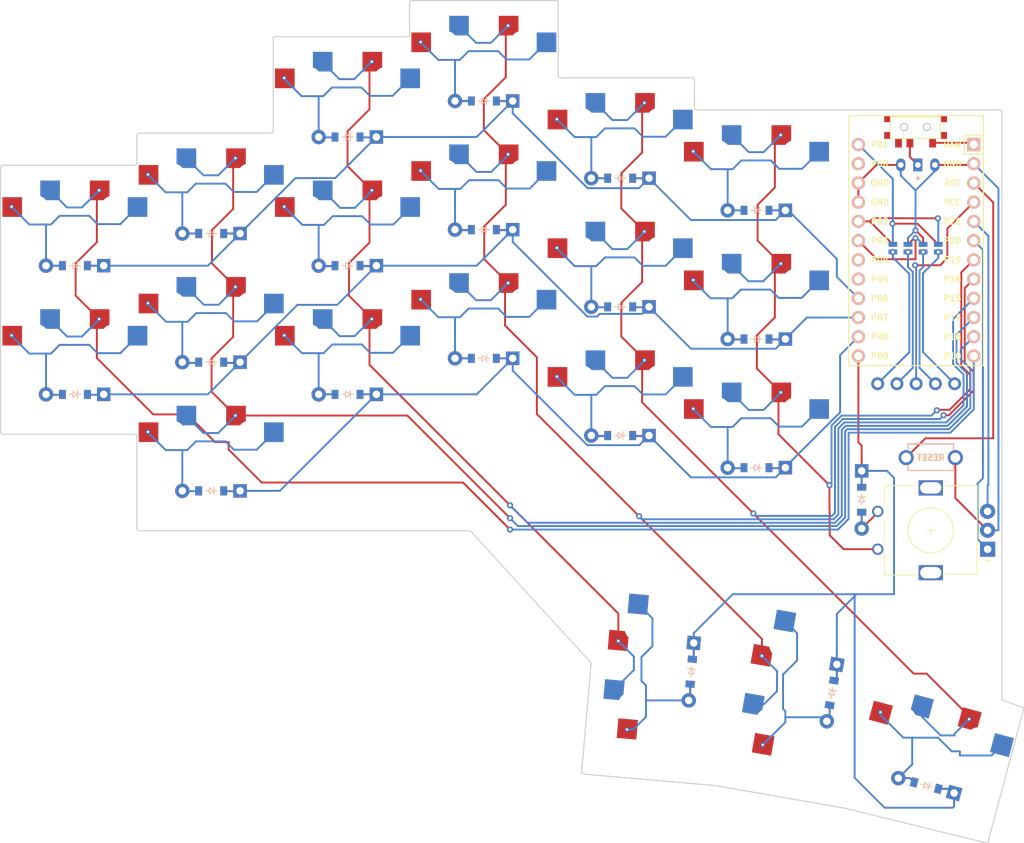
<source format=kicad_pcb>
(kicad_pcb (version 20221018) (generator pcbnew)
  (title_block (title "whisper") (rev "v1.0.0") (company "Unknown"))
  (layers (0 "F.Cu" signal) (31 "B.Cu" signal) (34 "B.Paste" user) (35 "F.Paste" user) (36 "B.SilkS" user "B.Silkscreen") (37 "F.SilkS" user "F.Silkscreen") (38 "B.Mask" user) (39 "F.Mask" user) (44 "Edge.Cuts" user))
  (net 0 "")
  (net 1 "col_0")
  (net 2 "outer_home")
  (net 3 "outer_top")
  (net 4 "col_1")
  (net 5 "pinkie_bottom")
  (net 6 "pinkie_home")
  (net 7 "pinkie_top")
  (net 8 "col_2")
  (net 9 "ring_bottom")
  (net 10 "ring_home")
  (net 11 "ring_top")
  (net 12 "col_3")
  (net 13 "middle_bottom")
  (net 14 "middle_home")
  (net 15 "middle_top")
  (net 16 "col_4")
  (net 17 "index_bottom")
  (net 18 "index_home")
  (net 19 "index_top")
  (net 20 "col_5")
  (net 21 "inner_bottom")
  (net 22 "inner_home")
  (net 23 "inner_top")
  (net 24 "near_fan")
  (net 25 "home_fan")
  (net 26 "far_fan")
  (net 27 "row_2")
  (net 28 "row_3")
  (net 29 "row_1")
  (net 30 "row_0")
  (net 31 "RAW")
  (net 32 "GND")
  (net 33 "RST")
  (net 34 "VCC")
  (net 35 "ENCB")
  (net 36 "ENCA")
  (net 37 "CS")
  (net 38 "P0")
  (net 39 "SDA")
  (net 40 "SCL")
  (net 41 "JST")
  (net 42 "r_diode")
  (net 43 "J_pad4")
  (net 44 "J_pad3")
  (net 45 "J_pad2")
  (net 46 "J_pad1")
  (footprint "E73:SPDT_C128955" (layer "F.Cu") (at 256.391727 83.831727)
    (fp_text reference "T1" hide)
    (fp_text value "" hide)
  )
  (footprint "VIA-0.6mm" (layer "F.Cu") (at 166.591727 121.941727)
    (fp_text reference "REF**" hide)
    (fp_text value "VIA-0.6mm" hide)
  )
  (footprint "VIA-0.6mm" (layer "F.Cu") (at 202.591727 70.431727)
    (fp_text reference "REF**" hide)
    (fp_text value "VIA-0.6mm" hide)
  )
  (footprint "PG1350" (layer "F.Cu") (at 222.791727 155.431727 85)
    (fp_text reference "S18" hide)
    (fp_text value "" hide)
  )
  (footprint "PG1350" (layer "F.Cu") (at 217.391727 120.581727)
    (fp_text reference "S12" hide)
    (fp_text value "" hide)
  )
  (footprint "VIA-0.6mm" (layer "F.Cu") (at 202.591727 87.431727)
    (fp_text reference "REF**" hide)
    (fp_text value "VIA-0.6mm" hide)
  )
  (footprint "ComboDiode" (layer "F.Cu") (at 217.391727 90.581727 180)
    (fp_text reference "D14" hide)
    (fp_text value "" hide)
  )
  (footprint "VIA-0.6mm" (layer "F.Cu") (at 191.041727 106.591727)
    (fp_text reference "REF**" hide)
    (fp_text value "VIA-0.6mm" hide)
  )
  (footprint "ComboDiode" (layer "F.Cu") (at 217.391727 124.581727 180)
    (fp_text reference "D12" hide)
    (fp_text value "" hide)
  )
  (footprint "ComboDiode" (layer "F.Cu") (at 199.391727 114.381727 180)
    (fp_text reference "D9" hide)
    (fp_text value "" hide)
  )
  (footprint "VIA-0.6mm" (layer "F.Cu") (at 209.041727 116.791727)
    (fp_text reference "REF**" hide)
    (fp_text value "VIA-0.6mm" hide)
  )
  (footprint "ComboDiode" (layer "F.Cu") (at 235.391727 111.831727 180)
    (fp_text reference "D16" hide)
    (fp_text value "" hide)
  )
  (footprint "VIA-0.6mm" (layer "F.Cu") (at 220.591727 97.631727)
    (fp_text reference "REF**" hide)
    (fp_text value "VIA-0.6mm" hide)
  )
  (footprint "PG1350" (layer "F.Cu") (at 163.391727 93.891727)
    (fp_text reference "S5" hide)
    (fp_text value "" hide)
  )
  (footprint "PG1350" (layer "F.Cu") (at 145.391727 98.141727)
    (fp_text reference "S2" hide)
    (fp_text value "" hide)
  )
  (footprint "Keebio-Parts:MountingHole_2.2mm_Plain" (layer "F.Cu") (at 253.1 154.85)
    (fp_text reference "REF**" hide)
    (fp_text value "MountingHole_2.2mm_Plain" hide)
  )
  (footprint "ComboDiode" (layer "F.Cu") (at 181.391727 85.141727 180)
    (fp_text reference "D8" hide)
    (fp_text value "" hide)
  )
  (footprint "PG1350" (layer "F.Cu") (at 181.391727 98.141727)
    (fp_text reference "S7" hide)
    (fp_text value "" hide)
  )
  (footprint "VIA-0.6mm" (layer "F.Cu") (at 155.041727 90.101727)
    (fp_text reference "REF**" hide)
    (fp_text value "VIA-0.6mm" hide)
  )
  (footprint "VIA-0.6mm" (layer "F.Cu") (at 263.467651 162.047069 -15)
    (fp_text reference "REF**" hide)
    (fp_text value "VIA-0.6mm" hide)
  )
  (footprint "ComboDiode" (layer "F.Cu") (at 145.391727 102.141727 180)
    (fp_text reference "D2" hide)
    (fp_text value "" hide)
  )
  (footprint "lib:Jumper" (layer "F.Cu") (at 257.391727 99.831727 -90)
    (fp_text reference "J4" hide)
    (fp_text value "Jumper" hide)
  )
  (footprint "VIA-0.6mm" (layer "F.Cu") (at 155.041727 124.101727)
    (fp_text reference "REF**" hide)
    (fp_text value "VIA-0.6mm" hide)
  )
  (footprint "VIA-0.6mm" (layer "F.Cu") (at 166.591727 87.941727)
    (fp_text reference "REF**" hide)
    (fp_text value "VIA-0.6mm" hide)
  )
  (footprint "VIA-0.6mm" (layer "F.Cu") (at 148.591727 92.191727)
    (fp_text reference "REF**" hide)
    (fp_text value "VIA-0.6mm" hide)
  )
  (footprint "VIA-0.6mm" (layer "F.Cu") (at 227.041727 87.041727)
    (fp_text reference "REF**" hide)
    (fp_text value "VIA-0.6mm" hide)
  )
  (footprint "PG1350" (layer "F.Cu") (at 235.391727 90.831727)
    (fp_text reference "S17" hide)
    (fp_text value "" hide)
  )
  (footprint "lib:Jumper" (layer "F.Cu") (at 255.391727 99.831727 -90)
    (fp_text reference "J5" hide)
    (fp_text value "Jumper" hide)
  )
  (footprint "ComboDiode" (layer "F.Cu") (at 199.391727 97.381727 180)
    (fp_text reference "D10" hide)
    (fp_text value "" hide)
  )
  (footprint "PG1350" (layer "F.Cu") (at 199.391727 93.381727)
    (fp_text reference "S10" hide)
    (fp_text value "" hide)
  )
  (footprint "PG1350" (layer "F.Cu") (at 235.391727 107.831727)
    (fp_text reference "S16" hide)
    (fp_text value "" hide)
  )
  (footprint "Keebio-Parts:MountingHole_2.2mm_Plain" (layer "F.Cu") (at 226.45 92.1)
    (fp_text reference "REF**" hide)
    (fp_text value "MountingHole_2.2mm_Plain" hide)
  )
  (footprint "lib:Jumper" (layer "F.Cu") (at 259.391727 99.831727 -90)
    (fp_text reference "J1" hide)
    (fp_text value "Jumper" hide)
  )
  (footprint "Keebio-Parts:MountingHole_2.2mm_Plain" (layer "F.Cu") (at 154.4 117.2)
    (fp_text reference "REF**" hide)
    (fp_text value "MountingHole_2.2mm_Plain" hide)
  )
  (footprint "VIA-0.6mm" (layer "F.Cu") (at 238.591727 118.881727)
    (fp_text reference "REF**" hide)
    (fp_text value "VIA-0.6mm" hide)
  )
  (footprint "VIA-0.6mm" (layer "F.Cu") (at 238.591727 84.881727)
    (fp_text reference "REF**" hide)
    (fp_text value "VIA-0.6mm" hide)
  )
  (footprint "ComboDiode" (layer "F.Cu") (at 181.391727 119.141727 180)
    (fp_text reference "D6" hide)
    (fp_text value "" hide)
  )
  (footprint "VIA-0.6mm" (layer "F.Cu") (at 238.591727 101.881727)
    (fp_text reference "REF**" hide)
    (fp_text value "VIA-0.6mm" hide)
  )
  (footprint "ComboDiode" (layer "F.Cu") (at 181.391727 102.141727 180)
    (fp_text reference "D7" hide)
    (fp_text value "" hide)
  )
  (footprint "VIA-0.6mm" (layer "F.Cu") (at 155.041727 107.101727)
    (fp_text reference "REF**" hide)
    (fp_text value "VIA-0.6mm" hide)
  )
  (footprint "ComboDiode" (layer "F.Cu") (at 235.391727 128.831727 180)
    (fp_text reference "D15" hide)
    (fp_text value "" hide)
  )
  (footprint "ComboDiode" (layer "F.Cu") (at 163.391727 131.891727 180)
    (fp_text reference "D3" hide)
    (fp_text value "" hide)
  )
  (footprint "lib:Jumper" (layer "F.Cu") (at 253.391727 99.831727 -90)
    (fp_text reference "J8" hide)
    (fp_text value "Jumper" hide)
  )
  (footprint "VIA-0.6mm" (layer "F.Cu") (at 236.095249 153.696853 80)
    (fp_text reference "REF**" hide)
    (fp_text value "VIA-0.6mm" hide)
  )
  (footprint "ComboDiode" (layer "F.Cu") (at 145.391727 119.141727 180)
    (fp_text reference "D1" hide)
    (fp_text value "" hide)
  )
  (footprint "VIA-0.6mm" (layer "F.Cu") (at 236.216797 165.446463 80)
    (fp_text reference "REF**" hide)
    (fp_text value "VIA-0.6mm" hide)
  )
  (footprint "ComboDiode" (layer "F.Cu") (at 163.391727 97.891727 180)
    (fp_text reference "D5" hide)
    (fp_text value "" hide)
  )
  (footprint "PG1350" (layer "F.Cu") (at 235.391727 124.831727)
    (fp_text reference "S15" hide)
    (fp_text value "" hide)
  )
  (footprint "Keebio-Parts:I2C_Breakout_nice_nano" (layer "F.Cu") (at 251.391727 117.741727 90)
    (fp_text reference "REF*" hide)
    (fp_text value "I2C_Breakout_nice_nano" hide)
  )
  (footprint "ComboDiode" (layer "F.Cu") (at 217.391727 107.581727 180)
    (fp_text reference "D13" hide)
    (fp_text value "" hide)
  )
  (footprint "VIA-0.6mm" (layer "F.Cu") (at 220.591727 80.631727)
    (fp_text reference "REF**" hide)
    (fp_text value "VIA-0.6mm" hide)
  )
  (footprint "VIA-0.6mm" (layer "F.Cu") (at 137.041727 111.351727)
    (fp_text reference "REF**" hide)
    (fp_text value "VIA-0.6mm" hide)
  )
  (footprint "Keebio-Parts:MountingHole_2.2mm_Plain" (layer "F.Cu") (at 172.55 87.25)
    (fp_text reference "REF**" hide)
    (fp_text value "MountingHole_2.2mm_Plain" hide)
  )
  (footprint "VIA-0.6mm" (layer "F.Cu") (at 220.591727 114.631727)
    (fp_text reference "REF**" hide)
    (fp_text value "VIA-0.6mm" hide)
  )
  (footprint "PG1350" (layer "F.Cu") (at 199.391727 110.381727)
    (fp_text reference "S9" hide)
    (fp_text value "" hide)
  )
  (footprint "lib:Jumper" (layer "F.Cu") (at 259.391727 99.831727 -90)
    (fp_text reference "J2" hide)
    (fp_text value "Jumper" hide)
  )
  (footprint "VIA-0.6mm" (layer "F.Cu") (at 251.752159 161.144109 -15)
    (fp_text reference "REF**" hide)
    (fp_text value "VIA-0.6mm" hide)
  )
  (footprint "PG1350" (layer "F.Cu") (at 181.391727 81.141727)
    (fp_text reference "S8" hide)
    (fp_text value "" hide)
  )
  (footprint "VIA-0.6mm" (layer "F.Cu") (at 191.041727 89.591727)
    (fp_text reference "REF**" hide)
    (fp_text value "VIA-0.6mm" hide)
  )
  (footprint "VIA-0.6mm" (layer "F.Cu") (at 173.041727 111.351727)
    (fp_text reference "REF**" hide)
    (fp_text value "VIA-0.6mm" hide)
  )
  (footprint "VIA-0.6mm" (layer "F.Cu") (at 202.591727 104.431727)
    (fp_text reference "REF**" hide)
    (fp_text value "VIA-0.6mm" hide)
  )
  (footprint "VIA-0.6mm" (layer "F.Cu") (at 218.288399 163.419633 85)
    (fp_text reference "REF**" hide)
    (fp_text value "VIA-0.6mm" hide)
  )
  (footprint "lib:Jumper" (layer "F.Cu") (at 257.391727 99.831727 -90)
    (fp_text reference "J3" hide)
    (fp_text value "Jumper" hide)
  )
  (footprint "ProMicro" (layer "F.Cu") (at 256.461727 100.103727 -90)
    (fp_text reference "MCU1" hide)
    (fp_text value "" hide)
  )
  (footprint "VIA-0.6mm" (layer "F.Cu") (at 173.041727 94.351727)
    (fp_text reference "REF**" hide)
    (fp_text value "VIA-0.6mm" hide)
  )
  (footprint "VIA-0.6mm" (layer "F.Cu") (at 173.041727 77.351727)
    (fp_text reference "REF**" hide)
    (fp_text value "VIA-0.6mm" hide)
  )
  (footprint "VIA-0.6mm" (layer "F.Cu") (at 184.591727 109.191727)
    (fp_text reference "REF**" hide)
    (fp_text value "VIA-0.6mm" hide)
  )
  (footprint "PG1350" (layer "F.Cu") (at 217.391727 86.581727)
    (fp_text reference "S14" hide)
    (fp_text value "" hide)
  )
  (footprint "ComboDiode" (layer "F.Cu") (at 163.391727 114.891727 180)
    (fp_text reference "D4" hide)
    (fp_text value "" hide)
  )
  (footprint "ComboDiode" (layer "F.Cu") (at 226.776506 155.78035 -95)
    (fp_text reference "D18" hide)
    (fp_text value "" hide)
  )
  (footprint "lib:Jumper" (layer "F.Cu") (at 255.391727 99.831727 -90)
    (fp_text reference "J6" hide)
    (fp_text value "Jumper" hide)
  )
  (footprint "VIA-0.6mm" (layer "F.Cu") (at 227.041727 104.041727)
    (fp_text reference "REF**" hide)
    (fp_text value "VIA-0.6mm" hide)
  )
  (footprint "lib:Jumper" (layer "F.Cu") (at 253.391727 99.831727 -90)
    (fp_text reference "J7" hide)
    (fp_text value "Jumper" hide)
  )
  (footprint "PG1350" (layer "F.Cu") (at 241.399181 157.881445 80)
    (fp_text reference "S19" hide)
    (fp_text value "" hide)
  )
  (footprint "ComboDiode" (layer "F.Cu") (at 245.338412 158.576038 -100)
    (fp_text reference "D19" hide)
    (fp_text value "" hide)
  )
  (footprint "ComboDiode" (layer "F.Cu") (at 249.28 133.06 -90)
    (fp_text reference "D21" hide)
    (fp_text value "" hide)
  )
  (footprint "VIA-0.6mm" (layer "F.Cu") (at 184.591727 92.191727)
    (fp_text reference "REF**" hide)
    (fp_text value "VIA-0.6mm" hide)
  )
  (footprint "Keebio-Parts:MountingHole_2.2mm_Plain" (layer "F.Cu") (at 244.5 116.15)
    (fp_text reference "REF**" hide)
    (fp_text value "MountingHole_2.2mm_Plain" hide)
  )
  (footprint "ComboDiode" (layer "F.Cu") (at 235.391727 94.831727 180)
    (fp_text reference "D17" hide)
    (fp_text value "" hide)
  )
  (footprint "VIA-0.6mm" (layer "F.Cu") (at 166.591727 104.941727)
    (fp_text reference "REF**" hide)
    (fp_text value "VIA-0.6mm" hide)
  )
  (footprint "VIA-0.6mm" (layer "F.Cu") (at 227.041727 121.041727)
    (fp_text reference "REF**" hide)
    (fp_text value "VIA-0.6mm" hide)
  )
  (footprint "Keebio-Parts:TACT_SWITCH_TVBP06" (layer "F.Cu") (at 258.4 127.5)
    (fp_text reference "RSW1" hide)
    (fp_text value "SW_RST" hide)
  )
  (footprint "VIA-0.6mm" (layer "F.Cu") (at 148.591727 109.191727)
    (fp_text reference "REF**" hide)
    (fp_text value "VIA-0.6mm" hide)
  )
  (footprint "JST_PH_S2B-PH-K_02x2.00mm_Angled" (layer "F.Cu") (at 256.691727 88.831727)
    (fp_text reference "JST REV1" hide)
    (fp_text value "JST" hide)
  )
  (footprint "rotary_encoder" (layer "F.Cu") (at 258.28 137.06 180)
    (fp_text reference "ROT1" hide)
    (fp_text value "")
  )
  (footprint "VIA-0.6mm" (layer "F.Cu") (at 209.041727 99.791727)
    (fp_text reference "REF**" hide)
    (fp_text value "VIA-0.6mm" hide)
  )
  (footprint "PG1350" (layer "F.Cu") (at 199.391727 76.381727)
    (fp_text reference "S11" hide)
    (fp_text value "" hide)
  )
  (footprint "PG1350" (layer "F.Cu") (at 145.391727 115.141727)
    (fp_text reference "S1" hide)
    (fp_text value "" hide)
  )
  (footprint "PG1350" (layer "F.Cu") (at 163.391727 110.891727)
    (fp_text reference "S4" hide)
    (fp_text value "" hide)
  )
  (footprint "PG1350" (layer "F.Cu") (at 258.836715 166.966107 -15)
    (fp_text reference "S20" hide)
    (fp_text value "" hide)
  )
  (footprint "PG1350" (layer "F.Cu") (at 163.391727 127.891727)
    (fp_text reference "S3" hide)
    (fp_text value "" hide)
  )
  (footprint "VIA-0.6mm" (layer "F.Cu") (at 137.041727 94.351727)
    (fp_text reference "REF**" hide)
    (fp_text value "VIA-0.6mm" hide)
  )
  (footprint "VIA-0.6mm" (layer "F.Cu") (at 209.041727 82.791727)
    (fp_text reference "REF**" hide)
    (fp_text value "VIA-0.6mm" hide)
  )
  (footprint "VIA-0.6mm" (layer "F.Cu") (at 184.591727 75.191727)
    (fp_text reference "REF**" hide)
    (fp_text value "VIA-0.6mm" hide)
  )
  (footprint "VIA-0.6mm" (layer "F.Cu") (at 217.143267 151.725327 85)
    (fp_text reference "REF**" hide)
    (fp_text value "VIA-0.6mm" hide)
  )
  (footprint "PG1350" (layer "F.Cu") (at 217.391727 103.581727)
    (fp_text reference "S13" hide)
    (fp_text value "" hide)
  )
  (footprint "ComboDiode" (layer "F.Cu") (at 199.391727 80.381727 180)
    (fp_text reference "D11" hide)
    (fp_text value "" hide)
  )
  (footprint "ComboDiode" (layer "F.Cu") (at 257.801439 170.82981 165)
    (fp_text reference "D20" hide)
    (fp_text value "" hide)
  )
  (footprint "VIA-0.6mm" (layer "F.Cu") (at 191.041727 72.591727)
    (fp_text reference "REF**" hide)
    (fp_text value "VIA-0.6mm" hide)
  )
  (footprint "PG1350" (layer "F.Cu") (at 181.391727 115.141727)
    (fp_text reference "S6" hide)
    (fp_text value "" hide)
  )
  (gr_arc (start 227.501727 81.566727) (mid 227.289595 81.478859) (end 227.201727 81.266727) (stroke (width 0.15)) (layer "Edge.Cuts"))
  (gr_line (start 197.459524 137.156727) (end 153.881727 137.156727) (stroke (width 0.15)) (layer "Edge.Cuts"))
  (gr_line (start 227.201727 77.616727) (end 227.201727 81.266727) (stroke (width 0.15)) (layer "Edge.Cuts"))
  (gr_line (start 229.964023 170.830431) (end 212.578345 169.309381) (stroke (width 0.15)) (layer "Edge.Cuts"))
  (gr_line (start 153.581727 136.856727) (end 153.581727 124.706727) (stroke (width 0.15)) (layer "Edge.Cuts"))
  (gr_line (start 171.581727 84.326727) (end 171.581727 72.176727) (stroke (width 0.15)) (layer "Edge.Cuts"))
  (gr_line (start 153.581727 88.576727) (end 153.581727 84.926727) (stroke (width 0.15)) (layer "Edge.Cuts"))
  (gr_arc (start 212.578346 169.309381) (mid 212.374679 169.203359) (end 212.305633 168.984376) (stroke (width 0.15)) (layer "Edge.Cuts"))
  (gr_arc (start 135.581727 89.176727) (mid 135.669595 88.964595) (end 135.881727 88.876727) (stroke (width 0.15)) (layer "Edge.Cuts"))
  (gr_line (start 270.638861 160.822827) (end 265.990573 178.170475) (stroke (width 0.15)) (layer "Edge.Cuts"))
  (gr_line (start 135.881727 88.876727) (end 153.281727 88.876727) (stroke (width 0.15)) (layer "Edge.Cuts"))
  (gr_arc (start 189.581727 71.576727) (mid 189.493859 71.788859) (end 189.281727 71.876727) (stroke (width 0.15)) (layer "Edge.Cuts"))
  (gr_line (start 153.281727 124.406727) (end 135.881727 124.406727) (stroke (width 0.15)) (layer "Edge.Cuts"))
  (gr_line (start 189.581727 71.576727) (end 189.581727 67.416727) (stroke (width 0.15)) (layer "Edge.Cuts"))
  (gr_arc (start 171.581727 84.326727) (mid 171.493859 84.538859) (end 171.281727 84.626727) (stroke (width 0.15)) (layer "Edge.Cuts"))
  (gr_line (start 227.501727 81.566727) (end 267.491727 81.566727) (stroke (width 0.15)) (layer "Edge.Cuts"))
  (gr_arc (start 153.581727 84.926727) (mid 153.669595 84.714595) (end 153.881727 84.626727) (stroke (width 0.15)) (layer "Edge.Cuts"))
  (gr_line (start 267.99068 159.582898) (end 270.450131 160.462711) (stroke (width 0.15)) (layer "Edge.Cuts"))
  (gr_line (start 153.881727 84.626727) (end 171.281727 84.626727) (stroke (width 0.15)) (layer "Edge.Cuts"))
  (gr_arc (start 247.204734 173.847136) (mid 247.214778 173.849071) (end 247.224751 173.851348) (stroke (width 0.15)) (layer "Edge.Cuts"))
  (gr_arc (start 265.990573 178.170475) (mid 265.853427 178.351099) (end 265.629053 178.384124) (stroke (width 0.15)) (layer "Edge.Cuts"))
  (gr_arc (start 209.501727 77.316727) (mid 209.289595 77.228859) (end 209.201727 77.016727) (stroke (width 0.15)) (layer "Edge.Cuts"))
  (gr_line (start 213.473046 154.526954) (end 197.680933 137.254296) (stroke (width 0.15)) (layer "Edge.Cuts"))
  (gr_arc (start 213.473046 154.526953) (mid 213.53577 154.63311) (end 213.550496 154.755531) (stroke (width 0.15)) (layer "Edge.Cuts"))
  (gr_line (start 209.501727 77.316727) (end 226.901727 77.316727) (stroke (width 0.15)) (layer "Edge.Cuts"))
  (gr_line (start 135.581727 124.106727) (end 135.581727 89.176727) (stroke (width 0.15)) (layer "Edge.Cuts"))
  (gr_arc (start 153.581727 88.576727) (mid 153.493859 88.788859) (end 153.281727 88.876727) (stroke (width 0.15)) (layer "Edge.Cuts"))
  (gr_arc (start 153.281727 124.406727) (mid 153.493859 124.494595) (end 153.581727 124.706727) (stroke (width 0.15)) (layer "Edge.Cuts"))
  (gr_line (start 209.201727 67.416727) (end 209.201727 77.016727) (stroke (width 0.15)) (layer "Edge.Cuts"))
  (gr_line (start 265.629053 178.384124) (end 247.224751 173.851348) (stroke (width 0.15)) (layer "Edge.Cuts"))
  (gr_arc (start 208.901727 67.116727) (mid 209.113859 67.204595) (end 209.201727 67.416727) (stroke (width 0.15)) (layer "Edge.Cuts"))
  (gr_line (start 212.305633 168.984376) (end 213.550496 154.755531) (stroke (width 0.15)) (layer "Edge.Cuts"))
  (gr_arc (start 197.459524 137.156727) (mid 197.580501 137.182201) (end 197.680933 137.254296) (stroke (width 0.15)) (layer "Edge.Cuts"))
  (gr_line (start 189.881727 67.116727) (end 208.901727 67.116727) (stroke (width 0.15)) (layer "Edge.Cuts"))
  (gr_arc (start 135.881727 124.406727) (mid 135.669595 124.318859) (end 135.581727 124.106727) (stroke (width 0.15)) (layer "Edge.Cuts"))
  (gr_line (start 247.204734 173.847136) (end 229.989602 170.833782) (stroke (width 0.15)) (layer "Edge.Cuts"))
  (gr_arc (start 153.881727 137.156727) (mid 153.669595 137.068859) (end 153.581727 136.856727) (stroke (width 0.15)) (layer "Edge.Cuts"))
  (gr_arc (start 171.581727 72.176727) (mid 171.669595 71.964595) (end 171.881727 71.876727) (stroke (width 0.15)) (layer "Edge.Cuts"))
  (gr_line (start 171.881727 71.876727) (end 189.281727 71.876727) (stroke (width 0.15)) (layer "Edge.Cuts"))
  (gr_arc (start 189.581727 67.416727) (mid 189.669595 67.204595) (end 189.881727 67.116727) (stroke (width 0.15)) (layer "Edge.Cuts"))
  (gr_arc (start 267.99068 159.582898) (mid 267.846458 159.473179) (end 267.791727 159.300428) (stroke (width 0.15)) (layer "Edge.Cuts"))
  (gr_line (start 267.791727 81.866727) (end 267.791727 159.300428) (stroke (width 0.15)) (layer "Edge.Cuts"))
  (gr_arc (start 270.450132 160.462711) (mid 270.614804 160.605922) (end 270.638862 160.822827) (stroke (width 0.15)) (layer "Edge.Cuts"))
  (gr_arc (start 267.491727 81.566727) (mid 267.703859 81.654595) (end 267.791727 81.866727) (stroke (width 0.15)) (layer "Edge.Cuts"))
  (gr_arc (start 226.901727 77.316727) (mid 227.113859 77.404595) (end 227.201727 77.616727) (stroke (width 0.15)) (layer "Edge.Cuts"))
  (gr_arc (start 229.964023 170.830431) (mid 229.976849 170.831832) (end 229.989602 170.833782) (stroke (width 0.15)) (layer "Edge.Cuts"))
  (segment (start 148.291727 92.491727) (end 148.291727 99.041727) (width 0.25) (layer "F.Cu") (net 1))
  (segment (start 160.246726 121.791727) (end 163.896726 125.441727) (width 0.25) (layer "F.Cu") (net 1))
  (segment (start 148.291727 114.341727) (end 155.741727 121.791727) (width 0.25) (layer "F.Cu") (net 1))
  (segment (start 165.691727 126.425411) (end 170.058043 130.791727) (width 0.25) (layer "F.Cu") (net 1))
  (segment (start 148.591727 92.191727) (end 148.291727 92.491727) (width 0.25) (layer "F.Cu") (net 1))
  (segment (start 145.491727 106.091727) (end 148.591727 109.191727) (width 0.25) (layer "F.Cu") (net 1))
  (segment (start 145.491727 101.841727) (end 145.491727 106.091727) (width 0.25) (layer "F.Cu") (net 1))
  (segment (start 163.896726 125.441727) (end 165.691727 125.441727) (width 0.25) (layer "F.Cu") (net 1))
  (segment (start 165.691727 125.441727) (end 165.691727 126.425411) (width 0.25) (layer "F.Cu") (net 1))
  (segment (start 196.641727 130.791727) (end 202.85 137) (width 0.25) (layer "F.Cu") (net 1))
  (segment (start 170.058043 130.791727) (end 196.641727 130.791727) (width 0.25) (layer "F.Cu") (net 1))
  (segment (start 148.591727 109.191727) (end 148.291727 109.491727) (width 0.25) (layer "F.Cu") (net 1))
  (segment (start 148.291727 99.041727) (end 145.491727 101.841727) (width 0.25) (layer "F.Cu") (net 1))
  (segment (start 155.741727 121.791727) (end 160.246726 121.791727) (width 0.25) (layer "F.Cu") (net 1))
  (segment (start 148.291727 109.491727) (end 148.291727 114.341727) (width 0.25) (layer "F.Cu") (net 1))
  (via (at 202.85 137) (size 0.8) (drill 0.4) (layers "F.Cu" "B.Cu") (net 1))
  (segment (start 146.321727 94.451727) (end 148.581727 92.191727) (width 0.25) (layer "B.Cu") (net 1))
  (segment (start 261 124.2) (end 264.081727 121.118273) (width 0.25) (layer "B.Cu") (net 1))
  (segment (start 146.321727 111.501727) (end 148.581727 109.241727) (width 0.25) (layer "B.Cu") (net 1))
  (segment (start 247.55 135.6) (end 247.55 124.2) (width 0.25) (layer "B.Cu") (net 1))
  (segment (start 142.106727 109.241727) (end 144.366727 111.501727) (width 0.25) (layer "B.Cu") (net 1))
  (segment (start 142.106727 92.191727) (end 144.366727 94.451727) (width 0.25) (layer "B.Cu") (net 1))
  (segment (start 264.081727 121.118273) (end 264.081727 114.073727) (width 0.25) (layer "B.Cu") (net 1))
  (segment (start 247.55 124.2) (end 261 124.2) (width 0.25) (layer "B.Cu") (net 1))
  (segment (start 144.366727 94.451727) (end 146.321727 94.451727) (width 0.25) (layer "B.Cu") (net 1))
  (segment (start 246.15 137) (end 247.55 135.6) (width 0.25) (layer "B.Cu") (net 1))
  (segment (start 144.366727 111.501727) (end 146.321727 111.501727) (width 0.25) (layer "B.Cu") (net 1))
  (segment (start 202.85 137) (end 246.15 137) (width 0.25) (layer "B.Cu") (net 1))
  (segment (start 141.571727 119.191727) (end 143.731727 119.191727) (width 0.25) (layer "F.Cu") (net 2))
  (segment (start 139.381727 113.751727) (end 137.031727 111.401727) (width 0.25) (layer "B.Cu") (net 2))
  (segment (start 153.656727 111.441727) (end 151.396727 113.701727) (width 0.25) (layer "B.Cu") (net 2))
  (segment (start 141.581727 113.783454) (end 141.55 113.751727) (width 0.25) (layer "B.Cu") (net 2))
  (segment (start 141.571727 119.191727) (end 143.731727 119.191727) (width 0.25) (layer "B.Cu") (net 2))
  (segment (start 142.231727 113.751727) (end 141.55 113.751727) (width 0.25) (layer "B.Cu") (net 2))
  (segment (start 148.381727 113.701727) (end 147.281727 112.601727) (width 0.25) (layer "B.Cu") (net 2))
  (segment (start 151.396727 113.701727) (end 148.381727 113.701727) (width 0.25) (layer "B.Cu") (net 2))
  (segment (start 141.581727 119.141727) (end 141.581727 113.783454) (width 0.25) (layer "B.Cu") (net 2))
  (segment (start 147.281727 112.601727) (end 143.381727 112.601727) (width 0.25) (layer "B.Cu") (net 2))
  (segment (start 141.55 113.751727) (end 139.381727 113.751727) (width 0.25) (layer "B.Cu") (net 2))
  (segment (start 143.381727 112.601727) (end 142.231727 113.751727) (width 0.25) (layer "B.Cu") (net 2))
  (segment (start 141.571727 102.141727) (end 143.731727 102.141727) (width 0.25) (layer "F.Cu") (net 3))
  (segment (start 141.581727 96.72) (end 141.6 96.701727) (width 0.25) (layer "B.Cu") (net 3))
  (segment (start 142.231727 96.701727) (end 141.6 96.701727) (width 0.25) (layer "B.Cu") (net 3))
  (segment (start 141.6 96.701727) (end 139.381727 96.701727) (width 0.25) (layer "B.Cu") (net 3))
  (segment (start 151.396727 96.651727) (end 148.381727 96.651727) (width 0.25) (layer "B.Cu") (net 3))
  (segment (start 147.281727 95.551727) (end 143.381727 95.551727) (width 0.25) (layer "B.Cu") (net 3))
  (segment (start 153.656727 94.391727) (end 151.396727 96.651727) (width 0.25) (layer "B.Cu") (net 3))
  (segment (start 148.381727 96.651727) (end 147.281727 95.551727) (width 0.25) (layer "B.Cu") (net 3))
  (segment (start 141.581727 102.141727) (end 141.581727 96.72) (width 0.25) (layer "B.Cu") (net 3))
  (segment (start 143.381727 95.551727) (end 142.231727 96.701727) (width 0.25) (layer "B.Cu") (net 3))
  (segment (start 141.571727 102.141727) (end 143.731727 102.141727) (width 0.25) (layer "B.Cu") (net 3))
  (segment (start 139.381727 96.701727) (end 137.031727 94.351727) (width 0.25) (layer "B.Cu") (net 3))
  (segment (start 166.591727 87.941727) (end 166.291727 88.241727) (width 0.25) (layer "F.Cu") (net 4))
  (segment (start 166.591727 104.941727) (end 166.291727 105.241727) (width 0.25) (layer "F.Cu") (net 4))
  (segment (start 166.291727 88.241727) (end 166.291727 94.641727) (width 0.25) (layer "F.Cu") (net 4))
  (segment (start 163.491727 101.841727) (end 166.591727 104.941727) (width 0.25) (layer "F.Cu") (net 4))
  (segment (start 166.291727 105.241727) (end 166.291727 111.541727) (width 0.25) (layer "F.Cu") (net 4))
  (segment (start 163.491727 97.441727) (end 163.491727 101.841727) (width 0.25) (layer "F.Cu") (net 4))
  (segment (start 166.291727 94.641727) (end 163.491727 97.441727) (width 0.25) (layer "F.Cu") (net 4))
  (segment (start 163.441727 114.391727) (end 163.441727 118.791727) (width 0.25) (layer "F.Cu") (net 4))
  (segment (start 163.441727 118.791727) (end 166.591727 121.941727) (width 0.25) (layer "F.Cu") (net 4))
  (segment (start 166.591727 121.941727) (end 189.291727 121.941727) (width 0.25) (layer "F.Cu") (net 4))
  (segment (start 166.291727 111.541727) (end 163.441727 114.391727) (width 0.25) (layer "F.Cu") (net 4))
  (segment (start 189.291727 121.941727) (end 202.85 135.5) (width 0.25) (layer "F.Cu") (net 4))
  (via (at 202.85 135.5) (size 0.8) (drill 0.4) (layers "F.Cu" "B.Cu") (net 4))
  (segment (start 160.106727 121.991727) (end 162.366727 124.251727) (width 0.25) (layer "B.Cu") (net 4))
  (segment (start 263.631727 115.75) (end 263.6 115.75) (width 0.25) (layer "B.Cu") (net 4))
  (segment (start 263.6 115.75) (end 262.35 114.5) (width 0.25) (layer "B.Cu") (net 4))
  (segment (start 247.1 124.013604) (end 247.363604 123.75) (width 0.25) (layer "B.Cu") (net 4))
  (segment (start 247.1 135.4) (end 247.1 124.013604) (width 0.25) (layer "B.Cu") (net 4))
  (segment (start 160.156727 105.041727) (end 162.416727 107.301727) (width 0.25) (layer "B.Cu") (net 4))
  (segment (start 260.813604 123.75) (end 263.631727 120.931877) (width 0.25) (layer "B.Cu") (net 4))
  (segment (start 162.366727 90.201727) (end 164.321727 90.201727) (width 0.25) (layer "B.Cu") (net 4))
  (segment (start 247.363604 123.75) (end 260.813604 123.75) (width 0.25) (layer "B.Cu") (net 4))
  (segment (start 162.366727 124.251727) (end 164.321727 124.251727) (width 0.25) (layer "B.Cu") (net 4))
  (segment (start 203.9 136.55) (end 245.95 136.55) (width 0.25) (layer "B.Cu") (net 4))
  (segment (start 160.106727 87.941727) (end 162.366727 90.201727) (width 0.25) (layer "B.Cu") (net 4))
  (segment (start 262.35 114.5) (end 262.35 113.265454) (width 0.25) (layer "B.Cu") (net 4))
  (segment (start 245.95 136.55) (end 247.1 135.4) (width 0.25) (layer "B.Cu") (net 4))
  (segment (start 262.35 113.265454) (end 264.081727 111.533727) (width 0.25) (layer "B.Cu") (net 4))
  (segment (start 202.85 135.5) (end 203.9 136.55) (width 0.25) (layer "B.Cu") (net 4))
  (segment (start 164.321727 90.201727) (end 166.581727 87.941727) (width 0.25) (layer "B.Cu") (net 4))
  (segment (start 164.371727 107.301727) (end 166.631727 105.041727) (width 0.25) (layer "B.Cu") (net 4))
  (segment (start 162.416727 107.301727) (end 164.371727 107.301727) (width 0.25) (layer "B.Cu") (net 4))
  (segment (start 263.631727 120.931877) (end 263.631727 115.75) (width 0.25) (layer "B.Cu") (net 4))
  (segment (start 164.321727 124.251727) (end 166.581727 121.991727) (width 0.25) (layer "B.Cu") (net 4))
  (segment (start 159.571727 131.941727) (end 161.731727 131.941727) (width 0.25) (layer "F.Cu") (net 5))
  (segment (start 157.381727 126.501727) (end 155.031727 124.151727) (width 0.25) (layer "B.Cu") (net 5))
  (segment (start 159.581727 126.533454) (end 159.55 126.501727) (width 0.25) (layer "B.Cu") (net 5))
  (segment (start 171.656727 124.191727) (end 169.396727 126.451727) (width 0.25) (layer "B.Cu") (net 5))
  (segment (start 160.231727 126.501727) (end 159.55 126.501727) (width 0.25) (layer "B.Cu") (net 5))
  (segment (start 159.581727 131.891727) (end 159.581727 126.533454) (width 0.25) (layer "B.Cu") (net 5))
  (segment (start 169.396727 126.451727) (end 166.381727 126.451727) (width 0.25) (layer "B.Cu") (net 5))
  (segment (start 166.381727 126.451727) (end 165.281727 125.351727) (width 0.25) (layer "B.Cu") (net 5))
  (segment (start 161.381727 125.351727) (end 160.231727 126.501727) (width 0.25) (layer "B.Cu") (net 5))
  (segment (start 165.281727 125.351727) (end 161.381727 125.351727) (width 0.25) (layer "B.Cu") (net 5))
  (segment (start 159.571727 131.941727) (end 161.731727 131.941727) (width 0.25) (layer "B.Cu") (net 5))
  (segment (start 159.55 126.501727) (end 157.381727 126.501727) (width 0.25) (layer "B.Cu") (net 5))
  (segment (start 159.621727 114.991727) (end 161.781727 114.991727) (width 0.25) (layer "F.Cu") (net 6))
  (segment (start 171.706727 107.241727) (end 169.446727 109.501727) (width 0.25) (layer "B.Cu") (net 6))
  (segment (start 159.581727 114.891727) (end 159.581727 109.583454) (width 0.25) (layer "B.Cu") (net 6))
  (segment (start 159.621727 114.991727) (end 161.781727 114.991727) (width 0.25) (layer "B.Cu") (net 6))
  (segment (start 160.281727 109.551727) (end 159.55 109.551727) (width 0.25) (layer "B.Cu") (net 6))
  (segment (start 166.431727 109.501727) (end 165.331727 108.401727) (width 0.25) (layer "B.Cu") (net 6))
  (segment (start 169.446727 109.501727) (end 166.431727 109.501727) (width 0.25) (layer "B.Cu") (net 6))
  (segment (start 157.431727 109.551727) (end 155.081727 107.201727) (width 0.25) (layer "B.Cu") (net 6))
  (segment (start 159.581727 109.583454) (end 159.55 109.551727) (width 0.25) (layer "B.Cu") (net 6))
  (segment (start 165.331727 108.401727) (end 161.431727 108.401727) (width 0.25) (layer "B.Cu") (net 6))
  (segment (start 159.55 109.551727) (end 157.431727 109.551727) (width 0.25) (layer "B.Cu") (net 6))
  (segment (start 161.431727 108.401727) (end 160.281727 109.551727) (width 0.25) (layer "B.Cu") (net 6))
  (segment (start 159.571727 97.891727) (end 161.731727 97.891727) (width 0.25) (layer "F.Cu") (net 7))
  (segment (start 159.581727 97.891727) (end 159.581727 92.52) (width 0.25) (layer "B.Cu") (net 7))
  (segment (start 159.581727 92.52) (end 159.65 92.451727) (width 0.25) (layer "B.Cu") (net 7))
  (segment (start 166.381727 92.401727) (end 165.281727 91.301727) (width 0.25) (layer "B.Cu") (net 7))
  (segment (start 169.396727 92.401727) (end 166.381727 92.401727) (width 0.25) (layer "B.Cu") (net 7))
  (segment (start 159.65 92.451727) (end 157.381727 92.451727) (width 0.25) (layer "B.Cu") (net 7))
  (segment (start 159.571727 97.891727) (end 161.731727 97.891727) (width 0.25) (layer "B.Cu") (net 7))
  (segment (start 160.231727 92.451727) (end 159.65 92.451727) (width 0.25) (layer "B.Cu") (net 7))
  (segment (start 161.381727 91.301727) (end 160.231727 92.451727) (width 0.25) (layer "B.Cu") (net 7))
  (segment (start 165.281727 91.301727) (end 161.381727 91.301727) (width 0.25) (layer "B.Cu") (net 7))
  (segment (start 157.381727 92.451727) (end 155.031727 90.101727) (width 0.25) (layer "B.Cu") (net 7))
  (segment (start 171.656727 90.141727) (end 169.396727 92.401727) (width 0.25) (layer "B.Cu") (net 7))
  (segment (start 184.291727 81.491727) (end 181.391727 84.391727) (width 0.25) (layer "F.Cu") (net 8))
  (segment (start 184.291727 115.241727) (end 184.291727 109.491727) (width 0.25) (layer "F.Cu") (net 8))
  (segment (start 181.591727 101.791727) (end 181.591727 106.116727) (width 0.25) (layer "F.Cu") (net 8))
  (segment (start 217.149804 148.099804) (end 217.149804 151.650613) (width 0.25) (layer "F.Cu") (net 8))
  (segment (start 184.591727 75.191727) (end 184.291727 75.491727) (width 0.25) (layer "F.Cu") (net 8))
  (segment (start 181.391727 88.991727) (end 184.591727 92.191727) (width 0.25) (layer "F.Cu") (net 8))
  (segment (start 184.291727 109.491727) (end 184.591727 109.191727) (width 0.25) (layer "F.Cu") (net 8))
  (segment (start 184.291727 99.091727) (end 181.591727 101.791727) (width 0.25) (layer "F.Cu") (net 8))
  (segment (start 202.85 133.8) (end 184.291727 115.241727) (width 0.25) (layer "F.Cu") (net 8))
  (segment (start 184.591727 92.191727) (end 184.291727 92.491727) (width 0.25) (layer "F.Cu") (net 8))
  (segment (start 181.591727 106.116727) (end 184.666727 109.191727) (width 0.25) (layer "F.Cu") (net 8))
  (segment (start 184.291727 75.491727) (end 184.291727 81.491727) (width 0.25) (layer "F.Cu") (net 8))
  (segment (start 184.291727 92.491727) (end 184.291727 99.091727) (width 0.25) (layer "F.Cu") (net 8))
  (segment (start 181.391727 84.391727) (end 181.391727 88.991727) (width 0.25) (layer "F.Cu") (net 8))
  (segment (start 202.85 133.8) (end 217.149804 148.099804) (width 0.25) (layer "F.Cu") (net 8))
  (via (at 202.85 133.8) (size 0.8) (drill 0.4) (layers "F.Cu" "B.Cu") (net 8))
  (segment (start 246.65 123.827208) (end 247.177208 123.3) (width 0.25) (layer "B.Cu") (net 8))
  (segment (start 219.2 153.78206) (end 219.2 155.6) (width 0.25) (layer "B.Cu") (net 8))
  (segment (start 180.316727 77.501727) (end 182.271727 77.501727) (width 0.25) (layer "B.Cu") (net 8))
  (segment (start 261.8 114.968273) (end 261.8 111.275454) (width 0.25) (layer "B.Cu") (net 8))
  (segment (start 178.156727 92.241727) (end 180.416727 94.501727) (width 0.25) (layer "B.Cu") (net 8))
  (segment (start 263.181727 116.35) (end 261.8 114.968273) (width 0.25) (layer "B.Cu") (net 8))
  (segment (start 205.15 136.1) (end 245.75 136.1) (width 0.25) (layer "B.Cu") (net 8))
  (segment (start 217.143267 151.725327) (end 219.2 153.78206) (width 0.25) (layer "B.Cu") (net 8))
  (segment (start 260.627208 123.3) (end 263.181727 120.745481) (width 0.25) (layer "B.Cu") (net 8))
  (segment (start 263.181727 120.745481) (end 263.181727 116.35) (width 0.25) (layer "B.Cu") (net 8))
  (segment (start 182.371727 94.501727) (end 184.631727 92.241727) (width 0.25) (layer "B.Cu") (net 8))
  (segment (start 180.366727 111.451727) (end 182.321727 111.451727) (width 0.25) (layer "B.Cu") (net 8))
  (segment (start 219.154621 155.6) (end 216.578933 158.175688) (width 0.25) (layer "B.Cu") (net 8))
  (segment (start 178.106727 109.191727) (end 180.366727 111.451727) (width 0.25) (layer "B.Cu") (net 8))
  (segment (start 178.056727 75.241727) (end 180.316727 77.501727) (width 0.25) (layer "B.Cu") (net 8))
  (segment (start 246.65 135.2) (end 246.65 123.827208) (width 0.25) (layer "B.Cu") (net 8))
  (segment (start 180.416727 94.501727) (end 182.371727 94.501727) (width 0.25) (layer "B.Cu") (net 8))
  (segment (start 245.75 136.1) (end 246.65 135.2) (width 0.25) (layer "B.Cu") (net 8))
  (segment (start 182.271727 77.501727) (end 184.531727 75.241727) (width 0.25) (layer "B.Cu") (net 8))
  (segment (start 247.177208 123.3) (end 260.627208 123.3) (width 0.25) (layer "B.Cu") (net 8))
  (segment (start 219.2 155.6) (end 219.154621 155.6) (width 0.25) (layer "B.Cu") (net 8))
  (segment (start 261.8 111.275454) (end 264.081727 108.993727) (width 0.25) (layer "B.Cu") (net 8))
  (segment (start 202.85 133.8) (end 205.15 136.1) (width 0.25) (layer "B.Cu") (net 8))
  (segment (start 182.321727 111.451727) (end 184.581727 109.191727) (width 0.25) (layer "B.Cu") (net 8))
  (segment (start 177.571727 119.141727) (end 179.731727 119.141727) (width 0.25) (layer "F.Cu") (net 9))
  (segment (start 177.581727 113.72) (end 177.6 113.701727) (width 0.25) (layer "B.Cu") (net 9))
  (segment (start 187.396727 113.651727) (end 184.381727 113.651727) (width 0.25) (layer "B.Cu") (net 9))
  (segment (start 177.571727 119.141727) (end 179.731727 119.141727) (width 0.25) (layer "B.Cu") (net 9))
  (segment (start 177.581727 119.141727) (end 177.581727 113.72) (width 0.25) (layer "B.Cu") (net 9))
  (segment (start 179.381727 112.551727) (end 178.231727 113.701727) (width 0.25) (layer "B.Cu") (net 9))
  (segment (start 178.231727 113.701727) (end 177.6 113.701727) (width 0.25) (layer "B.Cu") (net 9))
  (segment (start 175.381727 113.701727) (end 173.031727 111.351727) (width 0.25) (layer "B.Cu") (net 9))
  (segment (start 189.656727 111.391727) (end 187.396727 113.651727) (width 0.25) (layer "B.Cu") (net 9))
  (segment (start 183.281727 112.551727) (end 179.381727 112.551727) (width 0.25) (layer "B.Cu") (net 9))
  (segment (start 177.6 113.701727) (end 175.381727 113.701727) (width 0.25) (layer "B.Cu") (net 9))
  (segment (start 184.381727 113.651727) (end 183.281727 112.551727) (width 0.25) (layer "B.Cu") (net 9))
  (segment (start 177.621727 102.191727) (end 179.781727 102.191727) (width 0.25) (layer "F.Cu") (net 10))
  (segment (start 177.581727 96.82) (end 177.65 96.751727) (width 0.25) (layer "B.Cu") (net 10))
  (segment (start 177.65 96.751727) (end 175.431727 96.751727) (width 0.25) (layer "B.Cu") (net 10))
  (segment (start 187.446727 96.701727) (end 184.431727 96.701727) (width 0.25) (layer "B.Cu") (net 10))
  (segment (start 189.706727 94.441727) (end 187.446727 96.701727) (width 0.25) (layer "B.Cu") (net 10))
  (segment (start 177.621727 102.191727) (end 179.781727 102.191727) (width 0.25) (layer "B.Cu") (net 10))
  (segment (start 184.431727 96.701727) (end 183.331727 95.601727) (width 0.25) (layer "B.Cu") (net 10))
  (segment (start 179.431727 95.601727) (end 178.281727 96.751727) (width 0.25) (layer "B.Cu") (net 10))
  (segment (start 177.581727 102.141727) (end 177.581727 96.82) (width 0.25) (layer "B.Cu") (net 10))
  (segment (start 178.281727 96.751727) (end 177.65 96.751727) (width 0.25) (layer "B.Cu") (net 10))
  (segment (start 175.431727 96.751727) (end 173.081727 94.401727) (width 0.25) (layer "B.Cu") (net 10))
  (segment (start 183.331727 95.601727) (end 179.431727 95.601727) (width 0.25) (layer "B.Cu") (net 10))
  (segment (start 177.521727 85.191727) (end 179.681727 85.191727) (width 0.25) (layer "F.Cu") (net 11))
  (segment (start 177.521727 85.191727) (end 179.681727 85.191727) (width 0.25) (layer "B.Cu") (net 11))
  (segment (start 179.331727 78.601727) (end 178.181727 79.751727) (width 0.25) (layer "B.Cu") (net 11))
  (segment (start 178.181727 79.751727) (end 177.65 79.751727) (width 0.25) (layer "B.Cu") (net 11))
  (segment (start 187.346727 79.701727) (end 184.331727 79.701727) (width 0.25) (layer "B.Cu") (net 11))
  (segment (start 177.65 79.751727) (end 175.331727 79.751727) (width 0.25) (layer "B.Cu") (net 11))
  (segment (start 177.581727 85.141727) (end 177.581727 79.82) (width 0.25) (layer "B.Cu") (net 11))
  (segment (start 184.331727 79.701727) (end 183.231727 78.601727) (width 0.25) (layer "B.Cu") (net 11))
  (segment (start 177.581727 79.82) (end 177.65 79.751727) (width 0.25) (layer "B.Cu") (net 11))
  (segment (start 183.231727 78.601727) (end 179.331727 78.601727) (width 0.25) (layer "B.Cu") (net 11))
  (segment (start 175.331727 79.751727) (end 172.981727 77.401727) (width 0.25) (layer "B.Cu") (net 11))
  (segment (start 189.606727 77.441727) (end 187.346727 79.701727) (width 0.25) (layer "B.Cu") (net 11))
  (segment (start 199.391727 80.141727) (end 199.391727 84.231727) (width 0.25) (layer "F.Cu") (net 12))
  (segment (start 202.191727 104.906727) (end 202.191727 110.041727) (width 0.25) (layer "F.Cu") (net 12))
  (segment (start 199.441727 101.281727) (end 202.591727 104.431727) (width 0.25) (layer "F.Cu") (net 12))
  (segment (start 236.108273 151.458273) (end 236.108273 153.622993) (width 0.25) (layer "F.Cu") (net 12))
  (segment (start 202.591727 70.431727) (end 202.291727 70.731727) (width 0.25) (layer "F.Cu") (net 12))
  (segment (start 202.191727 110.041727) (end 206.391727 114.241727) (width 0.25) (layer "F.Cu") (net 12))
  (segment (start 202.291727 94.091727) (end 199.441727 96.941727) (width 0.25) (layer "F.Cu") (net 12))
  (segment (start 199.391727 84.231727) (end 202.591727 87.431727) (width 0.25) (layer "F.Cu") (net 12))
  (segment (start 206.391727 121.741727) (end 236.108273 151.458273) (width 0.25) (layer "F.Cu") (net 12))
  (segment (start 202.291727 77.241727) (end 199.391727 80.141727) (width 0.25) (layer "F.Cu") (net 12))
  (segment (start 202.666727 104.431727) (end 202.191727 104.906727) (width 0.25) (layer "F.Cu") (net 12))
  (segment (start 202.291727 70.731727) (end 202.291727 77.241727) (width 0.25) (layer "F.Cu") (net 12))
  (segment (start 202.591727 87.431727) (end 202.291727 87.731727) (width 0.25) (layer "F.Cu") (net 12))
  (segment (start 206.391727 114.241727) (end 206.391727 121.741727) (width 0.25) (layer "F.Cu") (net 12))
  (segment (start 202.291727 87.731727) (end 202.291727 94.091727) (width 0.25) (layer "F.Cu") (net 12))
  (segment (start 199.441727 96.941727) (end 199.441727 101.281727) (width 0.25) (layer "F.Cu") (net 12))
  (via (at 219.9 135.25) (size 0.8) (drill 0.4) (layers "F.Cu" "B.Cu") (net 12))
  (segment (start 238.1 155.701604) (end 238.1 158.35) (width 0.25) (layer "B.Cu") (net 12))
  (segment (start 236.095249 153.696853) (end 238.1 155.701604) (width 0.25) (layer "B.Cu") (net 12))
  (segment (start 200.321727 72.701727) (end 202.581727 70.441727) (width 0.25) (layer "B.Cu") (net 12))
  (segment (start 196.106727 70.441727) (end 198.366727 72.701727) (width 0.25) (layer "B.Cu") (net 12))
  (segment (start 200.321727 106.701727) (end 202.581727 104.441727) (width 0.25) (layer "B.Cu") (net 12))
  (segment (start 200.371727 89.751727) (end 202.631727 87.491727) (width 0.25) (layer "B.Cu") (net 12))
  (segment (start 196.156727 87.491727) (end 198.416727 89.751727) (width 0.25) (layer "B.Cu") (net 12))
  (segment (start 261.35 109.185454) (end 264.081727 106.453727) (width 0.25) (layer "B.Cu") (net 12))
  (segment (start 238.1 158.35) (end 236.376516 160.073484) (width 0.25) (layer "B.Cu") (net 12))
  (segment (start 198.366727 106.701727) (end 200.321727 106.701727) (width 0.25) (layer "B.Cu") (net 12))
  (segment (start 246.990812 122.85) (end 260.440812 122.85) (width 0.25) (layer "B.Cu") (net 12))
  (segment (start 198.366727 72.701727) (end 200.321727 72.701727) (width 0.25) (layer "B.Cu") (net 12))
  (segment (start 246.2 123.640812) (end 246.990812 122.85) (width 0.25) (layer "B.Cu") (net 12))
  (segment (start 262.731727 120.559085) (end 262.731727 116.536396) (width 0.25) (layer "B.Cu") (net 12))
  (segment (start 219.9 135.25) (end 220.3 135.65) (width 0.25) (layer "B.Cu") (net 12))
  (segment (start 196.106727 104.441727) (end 198.366727 106.701727) (width 0.25) (layer "B.Cu") (net 12))
  (segment (start 220.3 135.65) (end 245.563604 135.65) (width 0.25) (layer "B.Cu") (net 12))
  (segment (start 236.376516 160.073484) (end 234.970877 160.073484) (width 0.25) (layer "B.Cu") (net 12))
  (segment (start 260.440812 122.85) (end 262.731727 120.559085) (width 0.25) (layer "B.Cu") (net 12))
  (segment (start 262.731727 116.536396) (end 261.35 115.154669) (width 0.25) (layer "B.Cu") (net 12))
  (segment (start 245.563604 135.65) (end 246.2 135.013604) (width 0.25) (layer "B.Cu") (net 12))
  (segment (start 261.35 115.154669) (end 261.35 109.185454) (width 0.25) (layer "B.Cu") (net 12))
  (segment (start 246.2 135.013604) (end 246.2 123.640812) (width 0.25) (layer "B.Cu") (net 12))
  (segment (start 198.416727 89.751727) (end 200.371727 89.751727) (width 0.25) (layer "B.Cu") (net 12))
  (segment (start 195.571727 114.391727) (end 197.731727 114.391727) (width 0.25) (layer "F.Cu") (net 13))
  (segment (start 201.281727 107.801727) (end 197.381727 107.801727) (width 0.25) (layer "B.Cu") (net 13))
  (segment (start 195.581727 108.97) (end 195.6 108.951727) (width 0.25) (layer "B.Cu") (net 13))
  (segment (start 195.571727 114.391727) (end 197.731727 114.391727) (width 0.25) (layer "B.Cu") (net 13))
  (segment (start 197.381727 107.801727) (end 196.231727 108.951727) (width 0.25) (layer "B.Cu") (net 13))
  (segment (start 202.381727 108.901727) (end 201.281727 107.801727) (width 0.25) (layer "B.Cu") (net 13))
  (segment (start 196.231727 108.951727) (end 195.6 108.951727) (width 0.25) (layer "B.Cu") (net 13))
  (segment (start 195.581727 114.381727) (end 195.581727 108.97) (width 0.25) (layer "B.Cu") (net 13))
  (segment (start 205.396727 108.901727) (end 202.381727 108.901727) (width 0.25) (layer "B.Cu") (net 13))
  (segment (start 207.656727 106.641727) (end 205.396727 108.901727) (width 0.25) (layer "B.Cu") (net 13))
  (segment (start 193.381727 108.951727) (end 191.031727 106.601727) (width 0.25) (layer "B.Cu") (net 13))
  (segment (start 195.6 108.951727) (end 193.381727 108.951727) (width 0.25) (layer "B.Cu") (net 13))
  (segment (start 195.621727 97.441727) (end 197.781727 97.441727) (width 0.25) (layer "F.Cu") (net 14))
  (segment (start 205.446727 91.951727) (end 202.431727 91.951727) (width 0.25) (layer "B.Cu") (net 14))
  (segment (start 201.331727 90.851727) (end 197.431727 90.851727) (width 0.25) (layer "B.Cu") (net 14))
  (segment (start 197.431727 90.851727) (end 196.281727 92.001727) (width 0.25) (layer "B.Cu") (net 14))
  (segment (start 195.581727 97.381727) (end 195.581727 92.033454) (width 0.25) (layer "B.Cu") (net 14))
  (segment (start 195.621727 97.441727) (end 197.781727 97.441727) (width 0.25) (layer "B.Cu") (net 14))
  (segment (start 195.55 92.001727) (end 193.431727 92.001727) (width 0.25) (layer "B.Cu") (net 14))
  (segment (start 207.706727 89.691727) (end 205.446727 91.951727) (width 0.25) (layer "B.Cu") (net 14))
  (segment (start 193.431727 92.001727) (end 191.081727 89.651727) (width 0.25) (layer "B.Cu") (net 14))
  (segment (start 196.281727 92.001727) (end 195.55 92.001727) (width 0.25) (layer "B.Cu") (net 14))
  (segment (start 195.581727 92.033454) (end 195.55 92.001727) (width 0.25) (layer "B.Cu") (net 14))
  (segment (start 202.431727 91.951727) (end 201.331727 90.851727) (width 0.25) (layer "B.Cu") (net 14))
  (segment (start 195.571727 80.391727) (end 197.731727 80.391727) (width 0.25) (layer "F.Cu") (net 15))
  (segment (start 193.381727 74.951727) (end 191.031727 72.601727) (width 0.25) (layer "B.Cu") (net 15))
  (segment (start 197.381727 73.801727) (end 196.231727 74.951727) (width 0.25) (layer "B.Cu") (net 15))
  (segment (start 195.571727 80.391727) (end 197.731727 80.391727) (width 0.25) (layer "B.Cu") (net 15))
  (segment (start 205.396727 74.901727) (end 202.381727 74.901727) (width 0.25) (layer "B.Cu") (net 15))
  (segment (start 196.231727 74.951727) (end 195.6 74.951727) (width 0.25) (layer "B.Cu") (net 15))
  (segment (start 207.656727 72.641727) (end 205.396727 74.901727) (width 0.25) (layer "B.Cu") (net 15))
  (segment (start 195.6 74.951727) (end 193.381727 74.951727) (width 0.25) (layer "B.Cu") (net 15))
  (segment (start 195.581727 74.97) (end 195.6 74.951727) (width 0.25) (layer "B.Cu") (net 15))
  (segment (start 202.381727 74.901727) (end 201.281727 73.801727) (width 0.25) (layer "B.Cu") (net 15))
  (segment (start 195.581727 80.381727) (end 195.581727 74.97) (width 0.25) (layer "B.Cu") (net 15))
  (segment (start 201.281727 73.801727) (end 197.381727 73.801727) (width 0.25) (layer "B.Cu") (net 15))
  (segment (start 217.541727 89.941727) (end 217.541727 94.581727) (width 0.25) (layer "F.Cu") (net 16))
  (segment (start 217.541727 94.581727) (end 220.591727 97.631727) (width 0.25) (layer "F.Cu") (net 16))
  (segment (start 220.291727 87.191727) (end 217.541727 89.941727) (width 0.25) (layer "F.Cu") (net 16))
  (segment (start 217.541727 107.041727) (end 217.541727 111.506727) (width 0.25) (layer "F.Cu") (net 16))
  (segment (start 220.591727 97.631727) (end 220.291727 97.931727) (width 0.25) (layer "F.Cu") (net 16))
  (segment (start 262.880427 105.115027) (end 264.081727 103.913727) (width 0.25) (layer "F.Cu") (net 16))
  (segment (start 220.291727 80.931727) (end 220.291727 87.191727) (width 0.25) (layer "F.Cu") (net 16))
  (segment (start 217.541727 111.506727) (end 220.666727 114.631727) (width 0.25) (layer "F.Cu") (net 16))
  (segment (start 220.291727 120.191727) (end 256.141727 156.041727) (width 0.25) (layer "F.Cu") (net 16))
  (segment (start 264.05 116.15) (end 262.880427 114.980427) (width 0.25) (layer "F.Cu") (net 16))
  (segment (start 220.591727 114.631727) (end 220.291727 114.931727) (width 0.25) (layer "F.Cu") (net 16))
  (segment (start 260.1 121.9) (end 260.8 121.9) (width 0.25) (layer "F.Cu") (net 16))
  (segment (start 220.291727 104.291727) (end 217.541727 107.041727) (width 0.25) (layer "F.Cu") (net 16))
  (segment (start 220.591727 80.631727) (end 220.291727 80.931727) (width 0.25) (layer "F.Cu") (net 16))
  (segment (start 262.880427 114.980427) (end 262.880427 105.115027) (width 0.25) (layer "F.Cu") (net 16))
  (segment (start 220.291727 114.931727) (end 220.291727 120.191727) (width 0.25) (layer "F.Cu") (net 16))
  (segment (start 257.851217 156.041727) (end 263.540095 161.730605) (width 0.25) (layer "F.Cu") (net 16))
  (segment (start 260.8 121.9) (end 264.05 118.65) (width 0.25) (layer "F.Cu") (net 16))
  (segment (start 264.05 118.65) (end 264.05 116.15) (width 0.25) (layer "F.Cu") (net 16))
  (segment (start 256.141727 156.041727) (end 257.851217 156.041727) (width 0.25) (layer "F.Cu") (net 16))
  (segment (start 220.291727 97.931727) (end 220.291727 104.291727) (width 0.25) (layer "F.Cu") (net 16))
  (segment (start 263.540095 161.730605) (end 263.540095 162.066481) (width 0.25) (layer "F.Cu") (net 16))
  (via (at 260.1 121.9) (size 0.8) (drill 0.4) (layers "F.Cu" "B.Cu") (net 16))
  (via (at 234.975 134.875) (size 0.8) (drill 0.4) (layers "F.Cu" "B.Cu") (net 16))
  (segment (start 216.366727 99.951727) (end 218.321727 99.951727) (width 0.25) (layer "B.Cu") (net 16))
  (segment (start 218.321727 82.901727) (end 220.581727 80.641727) (width 0.25) (layer "B.Cu") (net 16))
  (segment (start 218.321727 99.951727) (end 220.581727 97.691727) (width 0.25) (layer "B.Cu") (net 16))
  (segment (start 216.366727 82.901727) (end 218.321727 82.901727) (width 0.25) (layer "B.Cu") (net 16))
  (segment (start 246.804416 122.4) (end 259.6 122.4) (width 0.25) (layer "B.Cu") (net 16))
  (segment (start 218.321727 116.951727) (end 220.581727 114.691727) (width 0.25) (layer "B.Cu") (net 16))
  (segment (start 214.106727 97.691727) (end 216.366727 99.951727) (width 0.25) (layer "B.Cu") (net 16))
  (segment (start 261.55 164.2) (end 259.696206 164.2) (width 0.25) (layer "B.Cu") (net 16))
  (segment (start 235.3 135.2) (end 245.35 135.2) (width 0.25) (layer "B.Cu") (net 16))
  (segment (start 245.75 123.454416) (end 246.804416 122.4) (width 0.25) (layer "B.Cu") (net 16))
  (segment (start 245.35 135.2) (end 245.75 134.8) (width 0.25) (layer "B.Cu") (net 16))
  (segment (start 259.696206 164.2) (end 257.213281 161.717075) (width 0.25) (layer "B.Cu") (net 16))
  (segment (start 214.106727 114.691727) (end 216.366727 116.951727) (width 0.25) (layer "B.Cu") (net 16))
  (segment (start 259.6 122.4) (end 260.1 121.9) (width 0.25) (layer "B.Cu") (net 16))
  (segment (start 245.75 134.8) (end 245.75 123.454416) (width 0.25) (layer "B.Cu") (net 16))
  (segment (start 257.213281 161.717075) (end 257.213281 160.371216) (width 0.25) (layer "B.Cu") (net 16))
  (segment (start 263.467651 162.047069) (end 261.55 163.96472) (width 0.25) (layer "B.Cu") (net 16))
  (segment (start 261.55 163.96472) (end 261.55 164.2) (width 0.25) (layer "B.Cu") (net 16))
  (segment (start 216.366727 116.951727) (end 218.321727 116.951727) (width 0.25) (layer "B.Cu") (net 16))
  (segment (start 234.975 134.875) (end 235.3 135.2) (width 0.25) (layer "B.Cu") (net 16))
  (segment (start 214.106727 80.641727) (end 216.366727 82.901727) (width 0.25) (layer "B.Cu") (net 16))
  (segment (start 213.571727 124.641727) (end 215.731727 124.641727) (width 0.25) (layer "F.Cu") (net 17))
  (segment (start 213.571727 124.641727) (end 215.731727 124.641727) (width 0.25) (layer "B.Cu") (net 17))
  (segment (start 223.396727 119.151727) (end 220.381727 119.151727) (width 0.25) (layer "B.Cu") (net 17))
  (segment (start 213.581727 119.22) (end 213.6 119.201727) (width 0.25) (layer "B.Cu") (net 17))
  (segment (start 215.381727 118.051727) (end 214.231727 119.201727) (width 0.25) (layer "B.Cu") (net 17))
  (segment (start 225.656727 116.891727) (end 223.396727 119.151727) (width 0.25) (layer "B.Cu") (net 17))
  (segment (start 220.381727 119.151727) (end 219.281727 118.051727) (width 0.25) (layer "B.Cu") (net 17))
  (segment (start 214.231727 119.201727) (end 213.6 119.201727) (width 0.25) (layer "B.Cu") (net 17))
  (segment (start 211.381727 119.201727) (end 209.031727 116.851727) (width 0.25) (layer "B.Cu") (net 17))
  (segment (start 213.581727 124.581727) (end 213.581727 119.22) (width 0.25) (layer "B.Cu") (net 17))
  (segment (start 219.281727 118.051727) (end 215.381727 118.051727) (width 0.25) (layer "B.Cu") (net 17))
  (segment (start 213.6 119.201727) (end 211.381727 119.201727) (width 0.25) (layer "B.Cu") (net 17))
  (segment (start 213.571727 107.641727) (end 215.731727 107.641727) (width 0.25) (layer "F.Cu") (net 18))
  (segment (start 225.656727 99.891727) (end 223.396727 102.151727) (width 0.25) (layer "B.Cu") (net 18))
  (segment (start 214.231727 102.201727) (end 213.65 102.201727) (width 0.25) (layer "B.Cu") (net 18))
  (segment (start 213.65 102.201727) (end 211.381727 102.201727) (width 0.25) (layer "B.Cu") (net 18))
  (segment (start 223.396727 102.151727) (end 220.381727 102.151727) (width 0.25) (layer "B.Cu") (net 18))
  (segment (start 213.571727 107.641727) (end 215.731727 107.641727) (width 0.25) (layer "B.Cu") (net 18))
  (segment (start 213.581727 107.581727) (end 213.581727 102.27) (width 0.25) (layer "B.Cu") (net 18))
  (segment (start 219.281727 101.051727) (end 215.381727 101.051727) (width 0.25) (layer "B.Cu") (net 18))
  (segment (start 213.581727 102.27) (end 213.65 102.201727) (width 0.25) (layer "B.Cu") (net 18))
  (segment (start 215.381727 101.051727) (end 214.231727 102.201727) (width 0.25) (layer "B.Cu") (net 18))
  (segment (start 220.381727 102.151727) (end 219.281727 101.051727) (width 0.25) (layer "B.Cu") (net 18))
  (segment (start 211.381727 102.201727) (end 209.031727 99.851727) (width 0.25) (layer "B.Cu") (net 18))
  (segment (start 213.571727 90.591727) (end 215.731727 90.591727) (width 0.25) (layer "F.Cu") (net 19))
  (segment (start 220.381727 85.101727) (end 219.281727 84.001727) (width 0.25) (layer "B.Cu") (net 19))
  (segment (start 211.381727 85.151727) (end 209.031727 82.801727) (width 0.25) (layer "B.Cu") (net 19))
  (segment (start 213.571727 90.591727) (end 215.731727 90.591727) (width 0.25) (layer "B.Cu") (net 19))
  (segment (start 214.231727 85.151727) (end 213.6 85.151727) (width 0.25) (layer "B.Cu") (net 19))
  (segment (start 215.381727 84.001727) (end 214.231727 85.151727) (width 0.25) (layer "B.Cu") (net 19))
  (segment (start 213.581727 85.17) (end 213.6 85.151727) (width 0.25) (layer "B.Cu") (net 19))
  (segment (start 213.581727 90.581727) (end 213.581727 85.17) (width 0.25) (layer "B.Cu") (net 19))
  (segment (start 223.396727 85.101727) (end 220.381727 85.101727) (width 0.25) (layer "B.Cu") (net 19))
  (segment (start 213.6 85.151727) (end 211.381727 85.151727) (width 0.25) (layer "B.Cu") (net 19))
  (segment (start 225.656727 82.841727) (end 223.396727 85.101727) (width 0.25) (layer "B.Cu") (net 19))
  (segment (start 219.281727 84.001727) (end 215.381727 84.001727) (width 0.25) (layer "B.Cu") (net 19))
  (segment (start 235.541727 98.831727) (end 238.591727 101.881727) (width 0.25) (layer "F.Cu") (net 20))
  (segment (start 237.816727 102.656727) (end 237.816727 108.966727) (width 0.25) (layer "F.Cu") (net 20))
  (segment (start 238.591727 84.881727) (end 237.816727 85.656727) (width 0.25) (layer "F.Cu") (net 20))
  (segment (start 260.888604 121.175) (end 263.6 118.463604) (width 0.25) (layer "F.Cu") (net 20))
  (segment (start 262.430427 103.025027) (end 264.081727 101.373727) (width 0.25) (layer "F.Cu") (net 20))
  (segment (start 262.430427 115.380427) (end 262.430427 103.025027) (width 0.25) (layer "F.Cu") (net 20))
  (segment (start 237.816727 91.816727) (end 235.541727 94.091727) (width 0.25) (layer "F.Cu") (net 20))
  (segment (start 238.291727 119.181727) (end 238.291727 124.416227) (width 0.25) (layer "F.Cu") (net 20))
  (segment (start 245.0255 131.15) (end 245.0255 134.422158) (width 0.25) (layer "F.Cu") (net 20))
  (segment (start 263.6 118.463604) (end 263.6 116.55) (width 0.25) (layer "F.Cu") (net 20))
  (segment (start 237.816727 85.656727) (end 237.816727 91.816727) (width 0.25) (layer "F.Cu") (net 20))
  (segment (start 245.0255 134.422158) (end 245.05 134.446658) (width 0.25) (layer "F.Cu") (net 20))
  (segment (start 238.291727 124.416227) (end 245.0255 131.15) (width 0.25) (layer "F.Cu") (net 20))
  (segment (start 238.591727 101.881727) (end 237.816727 102.656727) (width 0.25) (layer "F.Cu") (net 20))
  (segment (start 245.05 134.446658) (end 245.05 137.75) (width 0.25) (layer "F.Cu") (net 20))
  (segment (start 263.6 116.55) (end 262.430427 115.380427) (width 0.25) (layer "F.Cu") (net 20))
  (segment (start 259.275 121.175) (end 260.888604 121.175) (width 0.25) (layer "F.Cu") (net 20))
  (segment (start 235.441727 115.641727) (end 235.441727 115.731727) (width 0.25) (layer "F.Cu") (net 20))
  (segment (start 245.05 137.75) (end 246.9 139.6) (width 0.25) (layer "F.Cu") (net 20))
  (segment (start 235.541727 94.091727) (end 235.541727 98.831727) (width 0.25) (layer "F.Cu") (net 20))
  (segment (start 237.816727 108.966727) (end 235.441727 111.341727) (width 0.25) (layer "F.Cu") (net 20))
  (segment (start 235.441727 111.341727) (end 235.441727 115.641727) (width 0.25) (layer "F.Cu") (net 20))
  (segment (start 246.9 139.6) (end 251.4 139.6) (width 0.25) (layer "F.Cu") (net 20))
  (segment (start 238.591727 118.881727) (end 238.291727 119.181727) (width 0.25) (layer "F.Cu") (net 20))
  (segment (start 259.2 121.25) (end 259.275 121.175) (width 0.25) (layer "F.Cu") (net 20))
  (segment (start 235.441727 115.731727) (end 238.591727 118.881727) (width 0.25) (layer "F.Cu") (net 20))
  (via (at 259.2 121.25) (size 0.8) (drill 0.4) (layers "F.Cu" "B.Cu") (net 20))
  (via (at 245.0255 131.15) (size 0.8) (drill 0.4) (layers "F.Cu" "B.Cu") (net 20))
  (segment (start 234.376727 87.141727) (end 236.331727 87.141727) (width 0.25) (layer "B.Cu") (net 20))
  (segment (start 236.271727 104.201727) (end 238.531727 101.941727) (width 0.25) (layer "B.Cu") (net 20))
  (segment (start 232.106727 118.941727) (end 234.366727 121.201727) (width 0.25) (layer "B.Cu") (net 20))
  (segment (start 236.321727 121.201727) (end 238.581727 118.941727) (width 0.25) (layer "B.Cu") (net 20))
  (segment (start 232.116727 84.881727) (end 234.376727 87.141727) (width 0.25) (layer "B.Cu") (net 20))
  (segment (start 234.366727 121.201727) (end 236.321727 121.201727) (width 0.25) (layer "B.Cu") (net 20))
  (segment (start 245.0255 131.15) (end 245.3 130.8755) (width 0.25) (layer "B.Cu") (net 20))
  (segment (start 232.056727 101.941727) (end 234.316727 104.201727) (width 0.25) (layer "B.Cu") (net 20))
  (segment (start 245.3 123.26802) (end 246.61802 121.95) (width 0.25) (layer "B.Cu") (net 20))
  (segment (start 236.331727 87.141727) (end 238.591727 84.881727) (width 0.25) (layer "B.Cu") (net 20))
  (segment (start 234.316727 104.201727) (end 236.271727 104.201727) (width 0.25) (layer "B.Cu") (net 20))
  (segment (start 258.5 121.95) (end 259.2 121.25) (width 0.25) (layer "B.Cu") (net 20))
  (segment (start 245.3 130.8755) (end 245.3 123.26802) (width 0.25) (layer "B.Cu") (net 20))
  (segment (start 246.61802 121.95) (end 258.5 121.95) (width 0.25) (layer "B.Cu") (net 20))
  (segment (start 231.571727 128.891727) (end 233.731727 128.891727) (width 0.25) (layer "F.Cu") (net 21))
  (segment (start 229.381727 123.451727) (end 227.031727 121.101727) (width 0.25) (layer "B.Cu") (net 21))
  (segment (start 233.381727 122.301727) (end 232.231727 123.451727) (width 0.25) (layer "B.Cu") (net 21))
  (segment (start 238.381727 123.401727) (end 237.281727 122.301727) (width 0.25) (layer "B.Cu") (net 21))
  (segment (start 231.6 123.451727) (end 229.381727 123.451727) (width 0.25) (layer "B.Cu") (net 21))
  (segment (start 243.656727 121.141727) (end 241.396727 123.401727) (width 0.25) (layer "B.Cu") (net 21))
  (segment (start 231.581727 123.47) (end 231.6 123.451727) (width 0.25) (layer "B.Cu") (net 21))
  (segment (start 232.231727 123.451727) (end 231.6 123.451727) (width 0.25) (layer "B.Cu") (net 21))
  (segment (start 241.396727 123.401727) (end 238.381727 123.401727) (width 0.25) (layer "B.Cu") (net 21))
  (segment (start 231.581727 128.831727) (end 231.581727 123.47) (width 0.25) (layer "B.Cu") (net 21))
  (segment (start 237.281727 122.301727) (end 233.381727 122.301727) (width 0.25) (layer "B.Cu") (net 21))
  (segment (start 231.571727 128.891727) (end 233.731727 128.891727) (width 0.25) (layer "B.Cu") (net 21))
  (segment (start 231.521727 111.891727) (end 233.681727 111.891727) (width 0.25) (layer "F.Cu") (net 22))
  (segment (start 231.521727 111.891727) (end 233.681727 111.891727) (width 0.25) (layer "B.Cu") (net 22))
  (segment (start 231.6 106.451727) (end 229.331727 106.451727) (width 0.25) (layer "B.Cu") (net 22))
  (segment (start 237.231727 105.301727) (end 233.331727 105.301727) (width 0.25) (layer "B.Cu") (net 22))
  (segment (start 233.331727 105.301727) (end 232.181727 106.451727) (width 0.25) (layer "B.Cu") (net 22))
  (segment (start 243.606727 104.141727) (end 241.346727 106.401727) (width 0.25) (layer "B.Cu") (net 22))
  (segment (start 229.331727 106.451727) (end 226.981727 104.101727) (width 0.25) (layer "B.Cu") (net 22))
  (segment (start 232.181727 106.451727) (end 231.6 106.451727) (width 0.25) (layer "B.Cu") (net 22))
  (segment (start 241.346727 106.401727) (end 238.331727 106.401727) (width 0.25) (layer "B.Cu") (net 22))
  (segment (start 238.331727 106.401727) (end 237.231727 105.301727) (width 0.25) (layer "B.Cu") (net 22))
  (segment (start 231.581727 111.831727) (end 231.581727 106.47) (width 0.25) (layer "B.Cu") (net 22))
  (segment (start 231.581727 106.47) (end 231.6 106.451727) (width 0.25) (layer "B.Cu") (net 22))
  (segment (start 231.581727 94.831727) (end 233.741727 94.831727) (width 0.25) (layer "F.Cu") (net 23))
  (segment (start 241.406727 89.341727) (end 238.391727 89.341727) (width 0.25) (layer "B.Cu") (net 23))
  (segment (start 243.666727 87.081727) (end 241.406727 89.341727) (width 0.25) (layer "B.Cu") (net 23))
  (segment (start 231.581727 94.831727) (end 231.581727 89.46) (width 0.25) (layer "B.Cu") (net 23))
  (segment (start 232.241727 89.391727) (end 231.65 89.391727) (width 0.25) (layer "B.Cu") (net 23))
  (segment (start 231.65 89.391727) (end 229.391727 89.391727) (width 0.25) (layer "B.Cu") (net 23))
  (segment (start 238.391727 89.341727) (end 237.291727 88.241727) (width 0.25) (layer "B.Cu") (net 23))
  (segment (start 237.291727 88.241727) (end 233.391727 88.241727) (width 0.25) (layer "B.Cu") (net 23))
  (segment (start 233.391727 88.241727) (end 232.241727 89.391727) (width 0.25) (layer "B.Cu") (net 23))
  (segment (start 229.391727 89.391727) (end 227.041727 87.041727) (width 0.25) (layer "B.Cu") (net 23))
  (segment (start 231.581727 94.831727) (end 233.741727 94.831727) (width 0.25) (layer "B.Cu") (net 23))
  (segment (start 231.581727 89.46) (end 231.65 89.391727) (width 0.25) (layer "B.Cu") (net 23))
  (segment (start 226.632699 159.387596) (end 226.444443 159.575852) (width 0.25) (layer "F.Cu") (net 24))
  (segment (start 226.632699 157.424071) (end 226.632699 159.387596) (width 0.25) (layer "F.Cu") (net 24))
  (segment (start 219.130367 163.419633) (end 218.288399 163.419633) (width 0.25) (layer "B.Cu") (net 24))
  (segment (start 220.8 159.45) (end 220.925852 159.575852) (width 0.25) (layer "B.Cu") (net 24))
  (segment (start 220.925852 159.575852) (end 226.444443 159.575852) (width 0.25) (layer "B.Cu") (net 24))
  (segment (start 226.632699 159.387596) (end 226.444443 159.575852) (width 0.25) (layer "B.Cu") (net 24))
  (segment (start 220.8 159.45) (end 220.8 161.75) (width 0.25) (layer "B.Cu") (net 24))
  (segment (start 221.65 152.4) (end 220.2 153.85) (width 0.25) (layer "B.Cu") (net 24))
  (segment (start 220.2 157) (end 220.8 157.6) (width 0.25) (layer "B.Cu") (net 24))
  (segment (start 221.65 148.734171) (end 221.65 152.4) (width 0.25) (layer "B.Cu") (net 24))
  (segment (start 226.632699 157.424071) (end 226.632699 159.387596) (width 0.25) (layer "B.Cu") (net 24))
  (segment (start 219.777211 146.861382) (end 221.65 148.734171) (width 0.25) (layer "B.Cu") (net 24))
  (segment (start 220.8 161.75) (end 219.130367 163.419633) (width 0.25) (layer "B.Cu") (net 24))
  (segment (start 220.2 153.85) (end 220.2 157) (width 0.25) (layer "B.Cu") (net 24))
  (segment (start 220.8 157.6) (end 220.8 159.45) (width 0.25) (layer "B.Cu") (net 24))
  (segment (start 245.051893 160.200971) (end 245.051893 161.953075) (width 0.25) (layer "F.Cu") (net 25))
  (segment (start 245.051893 161.953075) (end 244.676812 162.328156) (width 0.25) (layer "F.Cu") (net 25))
  (segment (start 239.143091 149.08098) (end 240.449393 150.387282) (width 0.25) (layer "B.Cu") (net 25))
  (segment (start 245.051893 160.200971) (end 245.051893 161.953075) (width 0.25) (layer "B.Cu") (net 25))
  (segment (start 240.449393 150.399393) (end 240.75 150.7) (width 0.25) (layer "B.Cu") (net 25))
  (segment (start 245.051893 161.953075) (end 244.676812 162.328156) (width 0.25) (layer "B.Cu") (net 25))
  (segment (start 238.9 160.7) (end 239.2 161) (width 0.25) (layer "B.Cu") (net 25))
  (segment (start 239.2 161.8) (end 239.2 162.46326) (width 0.25) (layer "B.Cu") (net 25))
  (segment (start 244.148656 161.8) (end 244.676812 162.328156) (width 0.25) (layer "B.Cu") (net 25))
  (segment (start 238.9 156.15) (end 238.9 160.7) (width 0.25) (layer "B.Cu") (net 25))
  (segment (start 240.75 150.7) (end 240.75 154.3) (width 0.25) (layer "B.Cu") (net 25))
  (segment (start 240.449393 150.387282) (end 240.449393 150.399393) (width 0.25) (layer "B.Cu") (net 25))
  (segment (start 240.75 154.3) (end 238.9 156.15) (width 0.25) (layer "B.Cu") (net 25))
  (segment (start 239.2 162.46326) (end 236.216797 165.446463) (width 0.25) (layer "B.Cu") (net 25))
  (segment (start 239.2 161.8) (end 244.148656 161.8) (width 0.25) (layer "B.Cu") (net 25))
  (segment (start 239.2 161) (end 239.2 161.8) (width 0.25) (layer "B.Cu") (net 25))
  (segment (start 255.648611 169.843709) (end 256.207661 170.402759) (width 0.25) (layer "F.Cu") (net 26))
  (segment (start 254.121262 169.843709) (end 255.648611 169.843709) (width 0.25) (layer "F.Cu") (net 26))
  (segment (start 254.776217 164.5) (end 251.752159 161.475942) (width 0.25) (layer "B.Cu") (net 26))
  (segment (start 262.2 166.3) (end 261.15981 166.3) (width 0.25) (layer "B.Cu") (net 26))
  (segment (start 255.95 168.014971) (end 254.121262 169.843709) (width 0.25) (layer "B.Cu") (net 26))
  (segment (start 266.435936 166.85) (end 262.25 166.85) (width 0.25) (layer "B.Cu") (net 26))
  (segment (start 251.752159 161.475942) (end 251.752159 161.144109) (width 0.25) (layer "B.Cu") (net 26))
  (segment (start 259.35981 164.5) (end 255.95 164.5) (width 0.25) (layer "B.Cu") (net 26))
  (segment (start 267.800323 165.485613) (end 266.435936 166.85) (width 0.25) (layer "B.Cu") (net 26))
  (segment (start 255.648611 169.843709) (end 256.207661 170.402759) (width 0.25) (layer "B.Cu") (net 26))
  (segment (start 262.25 166.85) (end 262.25 166.35) (width 0.25) (layer "B.Cu") (net 26))
  (segment (start 255.95 164.5) (end 255.95 168.014971) (width 0.25) (layer "B.Cu") (net 26))
  (segment (start 262.25 166.35) (end 262.2 166.3) (width 0.25) (layer "B.Cu") (net 26))
  (segment (start 261.15981 166.3) (end 259.35981 164.5) (width 0.25) (layer "B.Cu") (net 26))
  (segment (start 254.121262 169.843709) (end 255.648611 169.843709) (width 0.25) (layer "B.Cu") (net 26))
  (segment (start 255.95 164.5) (end 254.776217 164.5) (width 0.25) (layer "B.Cu") (net 26))
  (segment (start 201.081727 97.441727) (end 203.241727 97.441727) (width 0.25) (layer "F.Cu") (net 27))
  (segment (start 165.081727 114.991727) (end 167.241727 114.991727) (width 0.25) (layer "F.Cu") (net 27))
  (segment (start 236.981727 111.891727) (end 239.141727 111.891727) (width 0.25) (layer "F.Cu") (net 27))
  (segment (start 219.031727 107.641727) (end 221.191727 107.641727) (width 0.25) (layer "F.Cu") (net 27))
  (segment (start 147.031727 119.191727) (end 149.191727 119.191727) (width 0.25) (layer "F.Cu") (net 27))
  (segment (start 183.081727 102.191727) (end 185.241727 102.191727) (width 0.25) (layer "F.Cu") (net 27))
  (segment (start 220.276727 108.506727) (end 214.706727 108.506727) (width 0.25) (layer "B.Cu") (net 27))
  (segment (start 219.031727 107.641727) (end 221.191727 107.641727) (width 0.25) (layer "B.Cu") (net 27))
  (segment (start 242.039727 108.993727) (end 239.201727 111.831727) (width 0.25) (layer "B.Cu") (net 27))
  (segment (start 198.441727 102.141727) (end 185.201727 102.141727) (width 0.25) (layer "B.Cu") (net 27))
  (segment (start 147.031727 119.191727) (end 149.191727 119.191727) (width 0.25) (layer "B.Cu") (net 27))
  (segment (start 226.729227 113.109227) (end 221.201727 107.581727) (width 0.25) (layer "B.Cu") (net 27))
  (segment (start 167.201727 114.891727) (end 162.951727 119.141727) (width 0.25) (layer "B.Cu") (net 27))
  (segment (start 201.081727 97.441727) (end 203.241727 97.441727) (width 0.25) (layer "B.Cu") (net 27))
  (segment (start 185.201727 102.141727) (end 180.026727 107.316727) (width 0.25) (layer "B.Cu") (net 27))
  (segment (start 248.841727 108.993727) (end 242.039727 108.993727) (width 0.25) (layer "B.Cu") (net 27))
  (segment (start 214.706727 108.506727) (end 214.354227 108.859227) (width 0.25) (layer "B.Cu") (net 27))
  (segment (start 174.776727 107.316727) (end 167.201727 114.891727) (width 0.25) (layer "B.Cu") (net 27))
  (segment (start 180.026727 107.316727) (end 174.776727 107.316727) (width 0.25) (layer "B.Cu") (net 27))
  (segment (start 239.201727 111.831727) (end 237.924227 113.109227) (width 0.25) (layer "B.Cu") (net 27))
  (segment (start 183.081727 102.191727) (end 185.241727 102.191727) (width 0.25) (layer "B.Cu") (net 27))
  (segment (start 214.354227 108.859227) (end 213.052569 108.859227) (width 0.25) (layer "B.Cu") (net 27))
  (segment (start 221.201727 107.581727) (end 220.276727 108.506727) (width 0.25) (layer "B.Cu") (net 27))
  (segment (start 236.981727 111.891727) (end 239.141727 111.891727) (width 0.25) (layer "B.Cu") (net 27))
  (segment (start 213.052569 108.859227) (end 203.201727 99.008385) (width 0.25) (layer "B.Cu") (net 27))
  (segment (start 237.924227 113.109227) (end 226.729227 113.109227) (width 0.25) (layer "B.Cu") (net 27))
  (segment (start 203.201727 97.381727) (end 198.441727 102.141727) (width 0.25) (layer "B.Cu") (net 27))
  (segment (start 162.951727 119.141727) (end 149.201727 119.141727) (width 0.25) (layer "B.Cu") (net 27))
  (segment (start 203.201727 99.008385) (end 203.201727 97.381727) (width 0.25) (layer "B.Cu") (net 27))
  (segment (start 165.081727 114.991727) (end 167.241727 114.991727) (width 0.25) (layer "B.Cu") (net 27))
  (segment (start 147.031727 102.141727) (end 149.191727 102.141727) (width 0.25) (layer "F.Cu") (net 28))
  (segment (start 237.041727 94.831727) (end 239.201727 94.831727) (width 0.25) (layer "F.Cu") (net 28))
  (segment (start 219.031727 90.591727) (end 221.191727 90.591727) (width 0.25) (layer "F.Cu") (net 28))
  (segment (start 165.031727 97.891727) (end 167.191727 97.891727) (width 0.25) (layer "F.Cu") (net 28))
  (segment (start 182.981727 85.191727) (end 185.141727 85.191727) (width 0.25) (layer "F.Cu") (net 28))
  (segment (start 201.031727 80.391727) (end 203.191727 80.391727) (width 0.25) (layer "F.Cu") (net 28))
  (segment (start 179.776727 90.566727) (end 185.201727 85.141727) (width 0.25) (layer "B.Cu") (net 28))
  (segment (start 203.201727 82.008385) (end 213.093342 91.9) (width 0.25) (layer "B.Cu") (net 28))
  (segment (start 201.031727 80.391727) (end 203.191727 80.391727) (width 0.25) (layer "B.Cu") (net 28))
  (segment (start 246 103.612) (end 248.841727 106.453727) (width 0.25) (layer "B.Cu") (net 28))
  (segment (start 226.729227 96.109227) (end 237.924227 96.109227) (width 0.25) (layer "B.Cu") (net 28))
  (segment (start 162.951727 102.141727) (end 167.201727 97.891727) (width 0.25) (layer "B.Cu") (net 28))
  (segment (start 239.581727 94.831727) (end 246 101.25) (width 0.25) (layer "B.Cu") (net 28))
  (segment (start 203.201727 80.381727) (end 203.201727 82.008385) (width 0.25) (layer "B.Cu") (net 28))
  (segment (start 167.201727 97.891727) (end 174.526727 90.566727) (width 0.25) (layer "B.Cu") (net 28))
  (segment (start 165.031727 97.891727) (end 167.191727 97.891727) (width 0.25) (layer "B.Cu") (net 28))
  (segment (start 147.031727 102.141727) (end 149.191727 102.141727) (width 0.25) (layer "B.Cu") (net 28))
  (segment (start 149.201727 102.141727) (end 162.951727 102.141727) (width 0.25) (layer "B.Cu") (net 28))
  (segment (start 239.201727 94.831727) (end 239.581727 94.831727) (width 0.25) (layer "B.Cu") (net 28))
  (segment (start 198.441727 85.141727) (end 203.201727 80.381727) (width 0.25) (layer "B.Cu") (net 28))
  (segment (start 237.924227 96.109227) (end 239.201727 94.831727) (width 0.25) (layer "B.Cu") (net 28))
  (segment (start 182.981727 85.191727) (end 185.141727 85.191727) (width 0.25) (layer "B.Cu") (net 28))
  (segment (start 174.526727 90.566727) (end 179.776727 90.566727) (width 0.25) (layer "B.Cu") (net 28))
  (segment (start 219.031727 90.591727) (end 221.191727 90.591727) (width 0.25) (layer "B.Cu") (net 28))
  (segment (start 219.883454 91.9) (end 221.201727 90.581727) (width 0.25) (layer "B.Cu") (net 28))
  (segment (start 237.041727 94.831727) (end 239.201727 94.831727) (width 0.25) (layer "B.Cu") (net 28))
  (segment (start 185.201727 85.141727) (end 198.441727 85.141727) (width 0.25) (layer "B.Cu") (net 28))
  (segment (start 246 101.25) (end 246 103.612) (width 0.25) (layer "B.Cu") (net 28))
  (segment (start 213.093342 91.9) (end 219.883454 91.9) (width 0.25) (layer "B.Cu") (net 28))
  (segment (start 221.201727 90.581727) (end 226.729227 96.109227) (width 0.25) (layer "B.Cu") (net 28))
  (segment (start 219.031727 124.641727) (end 221.191727 124.641727) (width 0.25) (layer "F.Cu") (net 29))
  (segment (start 183.031727 119.141727) (end 185.191727 119.141727) (width 0.25) (layer "F.Cu") (net 29))
  (segment (start 237.031727 128.891727) (end 239.191727 128.891727) (width 0.25) (layer "F.Cu") (net 29))
  (segment (start 165.031727 131.941727) (end 167.191727 131.941727) (width 0.25) (layer "F.Cu") (net 29))
  (segment (start 201.031727 114.391727) (end 203.191727 114.391727) (width 0.25) (layer "F.Cu") (net 29))
  (segment (start 203.201727 114.381727) (end 198.441727 119.141727) (width 0.25) (layer "B.Cu") (net 29))
  (segment (start 237.924227 130.109227) (end 226.729227 130.109227) (width 0.25) (layer "B.Cu") (net 29))
  (segment (start 213.052569 125.859227) (end 203.201727 116.008385) (width 0.25) (layer "B.Cu") (net 29))
  (segment (start 219.924227 125.859227) (end 213.052569 125.859227) (width 0.25) (layer "B.Cu") (net 29))
  (segment (start 239.201727 128.831727) (end 237.924227 130.109227) (width 0.25) (layer "B.Cu") (net 29))
  (segment (start 248.841727 111.533727) (end 246.431624 113.94383) (width 0.25) (layer "B.Cu") (net 29))
  (segment (start 246.431624 121.5) (end 239.201727 128.729897) (width 0.25) (layer "B.Cu") (net 29))
  (segment (start 185.201727 119.141727) (end 172.451727 131.891727) (width 0.25) (layer "B.Cu") (net 29))
  (segment (start 237.031727 128.891727) (end 239.191727 128.891727) (width 0.25) (layer "B.Cu") (net 29))
  (segment (start 172.451727 131.891727) (end 167.201727 131.891727) (width 0.25) (layer "B.Cu") (net 29))
  (segment (start 226.729227 130.109227) (end 221.201727 124.581727) (width 0.25) (layer "B.Cu") (net 29))
  (segment (start 198.441727 119.141727) (end 185.201727 119.141727) (width 0.25) (layer "B.Cu") (net 29))
  (segment (start 203.201727 116.008385) (end 203.201727 114.381727) (width 0.25) (layer "B.Cu") (net 29))
  (segment (start 239.201727 128.729897) (end 239.201727 128.831727) (width 0.25) (layer "B.Cu") (net 29))
  (segment (start 219.031727 124.641727) (end 221.191727 124.641727) (width 0.25) (layer "B.Cu") (net 29))
  (segment (start 246.431624 113.94383) (end 246.431624 121.5) (width 0.25) (layer "B.Cu") (net 29))
  (segment (start 183.031727 119.141727) (end 185.191727 119.141727) (width 0.25) (layer "B.Cu") (net 29))
  (segment (start 165.031727 131.941727) (end 167.191727 131.941727) (width 0.25) (layer "B.Cu") (net 29))
  (segment (start 221.201727 124.581727) (end 219.924227 125.859227) (width 0.25) (layer "B.Cu") (net 29))
  (segment (start 201.031727 114.391727) (end 203.191727 114.391727) (width 0.25) (layer "B.Cu") (net 29))
  (segment (start 248.841727 125.471727) (end 249.28 125.91) (width 0.25) (layer "F.Cu") (net 30))
  (segment (start 259.395217 171.256861) (end 260.922566 171.256861) (width 0.25) (layer "F.Cu") (net 30))
  (segment (start 260.922566 171.256861) (end 261.481616 171.815911) (width 0.25) (layer "F.Cu") (net 30))
  (segment (start 249.28 129.25) (end 249.28 131.41) (width 0.25) (layer "F.Cu") (net 30))
  (segment (start 246.000012 156.576024) (end 245.624931 156.951105) (width 0.25) (layer "F.Cu") (net 30))
  (segment (start 227.108569 153.948373) (end 226.920313 154.136629) (width 0.25) (layer "F.Cu") (net 30))
  (segment (start 227.108569 151.984848) (end 227.108569 153.948373) (width 0.25) (layer "F.Cu") (net 30))
  (segment (start 246.000012 154.82392) (end 246.000012 156.576024) (width 0.25) (layer "F.Cu") (net 30))
  (segment (start 249.28 125.91) (end 249.28 129.25) (width 0.25) (layer "F.Cu") (net 30))
  (segment (start 248.841727 114.073727) (end 248.841727 125.471727) (width 0.25) (layer "F.Cu") (net 30))
  (segment (start 259.395217 171.256861) (end 260.922566 171.256861) (width 0.25) (layer "B.Cu") (net 30))
  (segment (start 248.35 145.6) (end 248.4 145.55) (width 0.25) (layer "B.Cu") (net 30))
  (segment (start 249.28 129.25) (end 249.28 131.41) (width 0.25) (layer "B.Cu") (net 30))
  (segment (start 246.000012 156.576024) (end 245.624931 156.951105) (width 0.25) (layer "B.Cu") (net 30))
  (segment (start 227.108569 153.948373) (end 226.920313 154.136629) (width 0.25) (layer "B.Cu") (net 30))
  (segment (start 227.108569 150.691431) (end 232.25 145.55) (width 0.25) (layer "B.Cu") (net 30))
  (segment (start 246.000012 148.149988) (end 248.6 145.55) (width 0.25) (layer "B.Cu") (net 30))
  (segment (start 261.481616 171.815911) (end 261.481616 173.568384) (width 0.25) (layer "B.Cu") (net 30))
  (segment (start 248.4 145.55) (end 248.6 145.55) (width 0.25) (layer "B.Cu") (net 30))
  (segment (start 252.3 173.75) (end 248.35 169.8) (width 0.25) (layer "B.Cu") (net 30))
  (segment (start 248.35 169.8) (end 248.35 145.6) (width 0.25) (layer "B.Cu") (net 30))
  (segment (start 261.3 173.75) (end 252.3 173.75) (width 0.25) (layer "B.Cu") (net 30))
  (segment (start 253.55 130.18) (end 252.62 129.25) (width 0.25) (layer "B.Cu") (net 30))
  (segment (start 261.481616 173.568384) (end 261.3 173.75) (width 0.25) (layer "B.Cu") (net 30))
  (segment (start 252.62 129.25) (end 249.28 129.25) (width 0.25) (layer "B.Cu") (net 30))
  (segment (start 260.922566 171.256861) (end 261.481616 171.815911) (width 0.25) (layer "B.Cu") (net 30))
  (segment (start 246.000012 154.82392) (end 246.000012 148.149988) (width 0.25) (layer "B.Cu") (net 30))
  (segment (start 227.108569 151.984848) (end 227.108569 153.948373) (width 0.25) (layer "B.Cu") (net 30))
  (segment (start 227.108569 151.984848) (end 227.108569 150.691431) (width 0.25) (layer "B.Cu") (net 30))
  (segment (start 253.5 145.55) (end 253.55 145.5) (width 0.25) (layer "B.Cu") (net 30))
  (segment (start 248.6 145.55) (end 253.5 145.55) (width 0.25) (layer "B.Cu") (net 30))
  (segment (start 232.25 145.55) (end 248.4 145.55) (width 0.25) (layer "B.Cu") (net 30))
  (segment (start 246.000012 154.82392) (end 246.000012 156.576024) (width 0.25) (layer "B.Cu") (net 30))
  (segment (start 253.55 145.5) (end 253.55 130.18) (width 0.25) (layer "B.Cu") (net 30))
  (segment (start 258.641727 85.906727) (end 263.854727 85.906727) (width 0.25) (layer "F.Cu") (net 31))
  (segment (start 263.854727 85.906727) (end 264.081727 86.133727) (width 0.25) (layer "F.Cu") (net 31))
  (segment (start 261.65 132.85) (end 265.9 137.1) (width 0.25) (layer "F.Cu") (net 32))
  (segment (start 261.65 127.5) (end 261.65 132.85) (width 0.25) (layer "F.Cu") (net 32))
  (segment (start 256.417032 97.491727) (end 257.391727 98.466422) (width 0.25) (layer "F.Cu") (net 32))
  (segment (start 248.841727 91.213727) (end 248.841727 93.753727) (width 0.25) (layer "F.Cu") (net 32))
  (segment (start 257.391727 98.466422) (end 257.391727 99.331347) (width 0.25) (layer "F.Cu") (net 32))
  (segment (start 251.223727 88.831727) (end 248.841727 91.213727) (width 0.25) (layer "F.Cu") (net 32))
  (segment (start 258.941727 88.831727) (end 263.923727 88.831727) (width 0.25) (layer "F.Cu") (net 32))
  (segment (start 256.391727 97.491727) (end 256.417032 97.491727) (width 0.25) (layer "F.Cu") (net 32))
  (segment (start 263.923727 88.831727) (end 264.081727 88.673727) (width 0.25) (layer "F.Cu") (net 32))
  (segment (start 254.441727 88.831727) (end 251.223727 88.831727) (width 0.25) (layer "F.Cu") (net 32))
  (via (at 256.391727 97.491727) (size 0.8) (drill 0.4) (layers "F.Cu" "B.Cu") (net 32))
  (segment (start 267.314213 137.1) (end 265.9 137.1) (width 0.25) (layer "B.Cu") (net 32))
  (segment (start 267.336727 137.077486) (end 267.314213 137.1) (width 0.25) (layer "B.Cu") (net 32))
  (segment (start 256.366422 97.491727) (end 255.391727 98.466422) (width 0.25) (layer "B.Cu") (net 32))
  (segment (start 258.941727 88.831727) (end 258.941727 89.641727) (width 0.25) (layer "B.Cu") (net 32))
  (segment (start 258.941727 89.641727) (end 256.391727 92.191727) (width 0.25) (layer "B.Cu") (net 32))
  (segment (start 255.391727 98.466422) (end 255.391727 99.331347) (width 0.25) (layer "B.Cu") (net 32))
  (segment (start 256.391727 92.191727) (end 256.391727 97.491727) (width 0.25) (layer "B.Cu") (net 32))
  (segment (start 264.081727 88.673727) (end 267.336727 91.928727) (width 0.25) (layer "B.Cu") (net 32))
  (segment (start 254.441727 90.241727) (end 256.391727 92.191727) (width 0.25) (layer "B.Cu") (net 32))
  (segment (start 254.441727 88.831727) (end 254.441727 90.241727) (width 0.25) (layer "B.Cu") (net 32))
  (segment (start 267.336727 91.928727) (end 267.336727 137.077486) (width 0.25) (layer "B.Cu") (net 32))
  (segment (start 256.391727 97.491727) (end 256.366422 97.491727) (width 0.25) (layer "B.Cu") (net 32))
  (segment (start 266.65 93.782) (end 264.081727 91.213727) (width 0.25) (layer "F.Cu") (net 33))
  (segment (start 257.7 124.95) (end 266.65 124.95) (width 0.25) (layer "F.Cu") (net 33))
  (segment (start 255.15 127.5) (end 257.7 124.95) (width 0.25) (layer "F.Cu") (net 33))
  (segment (start 266.65 124.95) (end 266.65 93.782) (width 0.25) (layer "F.Cu") (net 33))
  (segment (start 259.641727 102.091727) (end 256.341727 102.091727) (width 0.25) (layer "F.Cu") (net 34))
  (segment (start 264.081727 93.753727) (end 260.591727 97.243727) (width 0.25) (layer "F.Cu") (net 34))
  (segment (start 260.591727 101.141727) (end 259.641727 102.091727) (width 0.25) (layer "F.Cu") (net 34))
  (segment (start 260.591727 97.243727) (end 260.591727 101.141727) (width 0.25) (layer "F.Cu") (net 34))
  (via (at 256.341727 102.091727) (size 0.8) (drill 0.4) (layers "F.Cu" "B.Cu") (net 34))
  (segment (start 256.471727 117.741727) (end 256.471727 102.221727) (width 0.25) (layer "B.Cu") (net 34))
  (segment (start 256.471727 102.221727) (end 256.341727 102.091727) (width 0.25) (layer "B.Cu") (net 34))
  (segment (start 265.9 134.6) (end 265.9 131.211727) (width 0.25) (layer "B.Cu") (net 35))
  (segment (start 264.081727 96.293727) (end 266.011727 98.223727) (width 0.25) (layer "B.Cu") (net 35))
  (segment (start 266.011727 98.223727) (end 266.011727 131.1) (width 0.25) (layer "B.Cu") (net 35))
  (segment (start 265.9 131.211727) (end 266.011727 131.1) (width 0.25) (layer "B.Cu") (net 35))
  (segment (start 265.283027 100.035027) (end 265.283027 130.226594) (width 0.25) (layer "B.Cu") (net 36))
  (segment (start 264.575 130.934621) (end 264.575 138.275) (width 0.25) (layer "B.Cu") (net 36))
  (segment (start 264.081727 98.833727) (end 265.283027 100.035027) (width 0.25) (layer "B.Cu") (net 36))
  (segment (start 265.283027 130.226594) (end 264.575 130.934621) (width 0.25) (layer "B.Cu") (net 36))
  (segment (start 264.575 138.275) (end 265.9 139.6) (width 0.25) (layer "B.Cu") (net 36))
  (segment (start 256.652107 96.591727) (end 259.391727 99.331347) (width 0.25) (layer "F.Cu") (net 37))
  (segment (start 253.341727 96.591727) (end 256.652107 96.591727) (width 0.25) (layer "F.Cu") (net 37))
  (via (at 253.341727 96.591727) (size 0.8) (drill 0.4) (layers "F.Cu" "B.Cu") (net 37))
  (segment (start 253.391727 96.641727) (end 253.391727 99.331347) (width 0.25) (layer "B.Cu") (net 37))
  (segment (start 253.341727 96.591727) (end 253.391727 96.641727) (width 0.25) (layer "B.Cu") (net 37))
  (segment (start 253.391727 90.683727) (end 253.391727 96.541727) (width 0.25) (layer "B.Cu") (net 37))
  (segment (start 253.391727 96.541727) (end 253.341727 96.591727) (width 0.25) (layer "B.Cu") (net 37))
  (segment (start 248.841727 86.133727) (end 253.391727 90.683727) (width 0.25) (layer "B.Cu") (net 37))
  (segment (start 248.841727 96.293727) (end 250.354107 96.293727) (width 0.25) (layer "F.Cu") (net 39))
  (segment (start 250.354107 96.293727) (end 253.391727 99.331347) (width 0.25) (layer "F.Cu") (net 39))
  (segment (start 259.341727 95.891727) (end 259.366727 95.866727) (width 0.25) (layer "F.Cu") (net 39))
  (segment (start 250.354107 96.293727) (end 250.781107 95.866727) (width 0.25) (layer "F.Cu") (net 39))
  (segment (start 259.366727 95.866727) (end 259.391727 95.891727) (width 0.25) (layer "F.Cu") (net 39))
  (segment (start 250.781107 95.866727) (end 259.341727 95.891727) (width 0.25) (layer "F.Cu") (net 39))
  (via (at 259.341727 95.891727) (size 0.8) (drill 0.4) (layers "F.Cu" "B.Cu") (net 39))
  (segment (start 259.391727 95.941727) (end 259.391727 99.331347) (width 0.25) (layer "B.Cu") (net 39))
  (segment (start 259.341727 95.891727) (end 259.391727 95.941727) (width 0.25) (layer "B.Cu") (net 39))
  (segment (start 256.391727 101.291727) (end 251.299727 101.291727) (width 0.25) (layer "F.Cu") (net 40))
  (segment (start 251.299727 101.291727) (end 248.841727 98.833727) (width 0.25) (layer "F.Cu") (net 40))
  (segment (start 256.231347 98.491727) (end 255.391727 99.331347) (width 0.25) (layer "F.Cu") (net 40))
  (segment (start 256.391727 98.491727) (end 256.391727 101.291727) (width 0.25) (layer "F.Cu") (net 40))
  (segment (start 256.391727 98.491727) (end 256.231347 98.491727) (width 0.25) (layer "F.Cu") (net 40))
  (via (at 256.391727 98.491727) (size 0.8) (drill 0.4) (layers "F.Cu" "B.Cu") (net 40))
  (segment (start 256.391727 98.491727) (end 256.552107 98.491727) (width 0.25) (layer "B.Cu") (net 40))
  (segment (start 256.552107 98.491727) (end 257.391727 99.331347) (width 0.25) (layer "B.Cu") (net 40))
  (segment (start 255.641727 87.781727) (end 256.691727 88.831727) (width 0.25) (layer "F.Cu") (net 41))
  (segment (start 255.641727 85.906727) (end 255.641727 87.781727) (width 0.25) (layer "F.Cu") (net 41))
  (segment (start 251.4 134.75) (end 251.4 134.6) (width 0.25) (layer "F.Cu") (net 42))
  (segment (start 249.28 136.87) (end 251.4 134.75) (width 0.25) (layer "F.Cu") (net 42))
  (segment (start 249.28 134.71) (end 249.28 136.87) (width 0.25) (layer "F.Cu") (net 42))
  (segment (start 249.28 134.71) (end 249.28 136.87) (width 0.25) (layer "B.Cu") (net 42))
  (via (at 259.391727 100.341727) (size 0.8) (drill 0.4) (layers "F.Cu" "B.Cu") (net 43))
  (segment (start 261.551727 117.741727) (end 257.371727 113.561727) (width 0.25) (layer "B.Cu") (net 43))
  (segment (start 257.371727 103.141727) (end 259.391727 101.121727) (width 0.25) (layer "B.Cu") (net 43))
  (segment (start 257.371727 113.561727) (end 257.371727 103.141727) (width 0.25) (layer "B.Cu") (net 43))
  (segment (start 259.391727 100.341727) (end 259.391727 100.332107) (width 0.25) (layer "B.Cu") (net 43))
  (segment (start 259.391727 101.121727) (end 259.391727 100.341727) (width 0.25) (layer "B.Cu") (net 43))
  (via (at 257.391727 100.341727) (size 0.8) (drill 0.4) (layers "F.Cu" "B.Cu") (net 44))
  (segment (start 256.921727 102.791727) (end 257.391727 102.321727) (width 0.25) (layer "B.Cu") (net 44))
  (segment (start 257.391727 102.321727) (end 257.391727 100.341727) (width 0.25) (layer "B.Cu") (net 44))
  (segment (start 259.011727 117.741727) (end 256.921727 115.651727) (width 0.25) (layer "B.Cu") (net 44))
  (segment (start 256.921727 115.651727) (end 256.921727 102.791727) (width 0.25) (layer "B.Cu") (net 44))
  (segment (start 257.391727 100.341727) (end 257.391727 100.332107) (width 0.25) (layer "B.Cu") (net 44))
  (via (at 255.391727 100.341727) (size 0.8) (drill 0.4) (layers "F.Cu" "B.Cu") (net 45))
  (segment (start 253.931727 117.741727) (end 256.021727 115.651727) (width 0.25) (layer "B.Cu") (net 45))
  (segment (start 255.391727 100.341727) (end 255.391727 100.332107) (width 0.25) (layer "B.Cu") (net 45))
  (segment (start 255.391727 102.311727) (end 255.391727 100.341727) (width 0.25) (layer "B.Cu") (net 45))
  (segment (start 256.021727 102.941727) (end 255.391727 102.311727) (width 0.25) (layer "B.Cu") (net 45))
  (segment (start 256.021727 115.651727) (end 256.021727 102.941727) (width 0.25) (layer "B.Cu") (net 45))
  (via (at 253.391727 100.341727) (size 0.8) (drill 0.4) (layers "F.Cu" "B.Cu") (net 46))
  (segment (start 253.391727 100.341727) (end 253.391727 100.332107) (width 0.25) (layer "B.Cu") (net 46))
  (segment (start 255.571727 103.241727) (end 253.391727 101.061727) (width 0.25) (layer "B.Cu") (net 46))
  (segment (start 255.571727 113.561727) (end 255.571727 103.241727) (width 0.25) (layer "B.Cu") (net 46))
  (segment (start 251.391727 117.741727) (end 255.571727 113.561727) (width 0.25) (layer "B.Cu") (net 46))
  (segment (start 253.391727 101.061727) (end 253.391727 100.341727) (width 0.25) (layer "B.Cu") (net 46))
)
</source>
